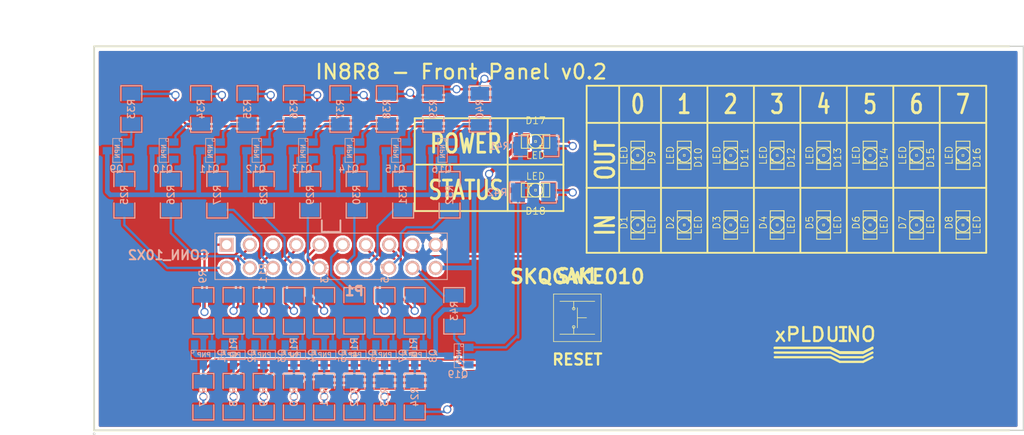
<source format=kicad_pcb>
(kicad_pcb (version 3) (host pcbnew "(2013-jul-07)-stable")
  (layers (15 F.Cu signal) (0 B.Cu signal) (18 B.Paste user) (19 F.Paste user) (20 B.SilkS user hide) (21 F.SilkS user) (22 B.Mask user) (23 F.Mask user) (28 Edge.Cuts user))
  (net 0 "")
  (net 1 +5V)
  (net 2 CMD0)
  (net 3 CMD1)
  (net 4 CMD2)
  (net 5 CMD3)
  (net 6 CMD4)
  (net 7 CMD5)
  (net 8 CMD6)
  (net 9 CMD7)
  (net 10 GND)
  (net 11 LED)
  (net 12 N-000001)
  (net 13 N-0000010)
  (net 14 N-0000011)
  (net 15 N-0000012)
  (net 16 N-0000013)
  (net 17 N-0000014)
  (net 18 N-0000016)
  (net 19 N-0000017)
  (net 20 N-0000018)
  (net 21 N-0000019)
  (net 22 N-000002)
  (net 23 N-0000021)
  (net 24 N-0000022)
  (net 25 N-0000023)
  (net 26 N-0000024)
  (net 27 N-0000026)
  (net 28 N-0000027)
  (net 29 N-0000029)
  (net 30 N-0000031)
  (net 31 N-0000038)
  (net 32 N-0000044)
  (net 33 N-0000045)
  (net 34 N-0000046)
  (net 35 N-0000047)
  (net 36 N-0000048)
  (net 37 N-0000049)
  (net 38 N-0000050)
  (net 39 N-0000051)
  (net 40 N-0000052)
  (net 41 N-0000053)
  (net 42 N-0000054)
  (net 43 N-0000055)
  (net 44 N-0000056)
  (net 45 N-0000057)
  (net 46 N-0000058)
  (net 47 N-0000059)
  (net 48 N-000006)
  (net 49 N-0000060)
  (net 50 N-0000061)
  (net 51 N-0000062)
  (net 52 N-0000063)
  (net 53 N-0000064)
  (net 54 N-0000065)
  (net 55 N-0000066)
  (net 56 N-0000067)
  (net 57 N-0000068)
  (net 58 N-0000069)
  (net 59 N-000007)
  (net 60 N-0000070)
  (net 61 N-0000071)
  (net 62 N-0000072)
  (net 63 N-000008)
  (net 64 OUT0)
  (net 65 OUT1)
  (net 66 OUT2)
  (net 67 OUT3)
  (net 68 OUT4)
  (net 69 OUT5)
  (net 70 OUT6)
  (net 71 OUT7)
  (net 72 RESET)
  (module SM1206 (layer B.Cu) (at 98.298 102.87 270)
    (fp_text reference R9 (at -3.7465 0.0635 270) (layer B.SilkS) (effects (font (size 0.762 0.762) (thickness 0.127)) (justify mirror)))
    (fp_text value R hide)
    (pad 1 smd rect (at -1.651 0 270) (size 1.524 2.032) (layers B.Cu B.Paste B.Mask) (net 2 CMD0))
    (pad 2 smd rect (at 1.651 0 270) (size 1.524 2.032) (layers B.Cu B.Paste B.Mask) (net 40 N-0000052))
  )
  (module SM1206 (layer B.Cu) (at 104.902 102.87 270)
    (fp_text reference R11 (at -4.1275 0.0635 270) (layer B.SilkS) (effects (font (size 0.762 0.762) (thickness 0.127)) (justify mirror)))
    (fp_text value R hide)
    (pad 1 smd rect (at -1.651 0 270) (size 1.524 2.032) (layers B.Cu B.Paste B.Mask) (net 4 CMD2))
    (pad 2 smd rect (at 1.651 0 270) (size 1.524 2.032) (layers B.Cu B.Paste B.Mask) (net 55 N-0000066))
  )
  (module SM1206 (layer B.Cu) (at 111.506 102.87 270)
    (fp_text reference R13 (at -4.1275 -0.0635 270) (layer B.SilkS) (effects (font (size 0.762 0.762) (thickness 0.127)) (justify mirror)))
    (fp_text value R hide)
    (pad 1 smd rect (at -1.651 0 270) (size 1.524 2.032) (layers B.Cu B.Paste B.Mask) (net 6 CMD4))
    (pad 2 smd rect (at 1.651 0 270) (size 1.524 2.032) (layers B.Cu B.Paste B.Mask) (net 47 N-0000059))
  )
  (module SM1206 (layer B.Cu) (at 118.11 102.87 270)
    (fp_text reference R15 (at -4.1275 -0.0635 270) (layer B.SilkS) (effects (font (size 0.762 0.762) (thickness 0.127)) (justify mirror)))
    (fp_text value R hide)
    (pad 1 smd rect (at -1.651 0 270) (size 1.524 2.032) (layers B.Cu B.Paste B.Mask) (net 8 CMD6))
    (pad 2 smd rect (at 1.651 0 270) (size 1.524 2.032) (layers B.Cu B.Paste B.Mask) (net 45 N-0000057))
  )
  (module SM1206 (layer B.Cu) (at 121.412 102.87 270)
    (fp_text reference R16 (at 4.0005 0.127 270) (layer B.SilkS) (effects (font (size 0.762 0.762) (thickness 0.127)) (justify mirror)))
    (fp_text value R hide)
    (pad 1 smd rect (at -1.651 0 270) (size 1.524 2.032) (layers B.Cu B.Paste B.Mask) (net 9 CMD7))
    (pad 2 smd rect (at 1.651 0 270) (size 1.524 2.032) (layers B.Cu B.Paste B.Mask) (net 50 N-0000061))
  )
  (module SM1206 (layer B.Cu) (at 114.808 102.87 270)
    (fp_text reference R14 (at 4.0005 0 270) (layer B.SilkS) (effects (font (size 0.762 0.762) (thickness 0.127)) (justify mirror)))
    (fp_text value R hide)
    (pad 1 smd rect (at -1.651 0 270) (size 1.524 2.032) (layers B.Cu B.Paste B.Mask) (net 7 CMD5))
    (pad 2 smd rect (at 1.651 0 270) (size 1.524 2.032) (layers B.Cu B.Paste B.Mask) (net 44 N-0000056))
  )
  (module SM1206 (layer B.Cu) (at 108.204 102.87 270)
    (fp_text reference R12 (at 4.0005 0 270) (layer B.SilkS) (effects (font (size 0.762 0.762) (thickness 0.127)) (justify mirror)))
    (fp_text value R hide)
    (pad 1 smd rect (at -1.651 0 270) (size 1.524 2.032) (layers B.Cu B.Paste B.Mask) (net 5 CMD3))
    (pad 2 smd rect (at 1.651 0 270) (size 1.524 2.032) (layers B.Cu B.Paste B.Mask) (net 58 N-0000069))
  )
  (module SM1206 (layer B.Cu) (at 101.6 102.87 270)
    (fp_text reference R10 (at 4.0005 0 270) (layer B.SilkS) (effects (font (size 0.762 0.762) (thickness 0.127)) (justify mirror)))
    (fp_text value R hide)
    (pad 1 smd rect (at -1.651 0 270) (size 1.524 2.032) (layers B.Cu B.Paste B.Mask) (net 3 CMD1))
    (pad 2 smd rect (at 1.651 0 270) (size 1.524 2.032) (layers B.Cu B.Paste B.Mask) (net 57 N-0000068))
  )
  (module SM1206 (layer B.Cu) (at 98.298 112.268 90)
    (fp_text reference R17 (at 0 0 90) (layer B.SilkS) (effects (font (size 0.762 0.762) (thickness 0.127)) (justify mirror)))
    (fp_text value R hide)
    (pad 1 smd rect (at -1.651 0 90) (size 1.524 2.032) (layers B.Cu B.Paste B.Mask) (net 37 N-0000049))
    (pad 2 smd rect (at 1.651 0 90) (size 1.524 2.032) (layers B.Cu B.Paste B.Mask) (net 36 N-0000048))
  )
  (module SM1206 (layer B.Cu) (at 101.6 112.268 90)
    (fp_text reference R18 (at 0 0 90) (layer B.SilkS) (effects (font (size 0.762 0.762) (thickness 0.127)) (justify mirror)))
    (fp_text value R hide)
    (pad 1 smd rect (at -1.651 0 90) (size 1.524 2.032) (layers B.Cu B.Paste B.Mask) (net 39 N-0000051))
    (pad 2 smd rect (at 1.651 0 90) (size 1.524 2.032) (layers B.Cu B.Paste B.Mask) (net 38 N-0000050))
  )
  (module pin_array_10x2 (layer B.Cu) (at 114.808 96.901)
    (fp_text reference P1 (at 0 3.81) (layer B.SilkS) (effects (font (size 1.016 1.016) (thickness 0.27432)) (justify mirror)))
    (fp_text value CONN_10X2 (at -20.32 -0.127) (layer B.SilkS) (effects (font (size 1.016 1.016) (thickness 0.2032)) (justify mirror)))
    (pad 1 thru_hole rect (at -13.97 -1.27) (size 1.524 1.524) (drill 1.016) (layers *.Cu *.Mask B.SilkS) (net 2 CMD0))
    (pad 2 thru_hole circle (at -13.97 1.27) (size 1.524 1.524) (drill 1.016) (layers *.Cu *.Mask B.SilkS) (net 64 OUT0))
    (pad 3 thru_hole circle (at -11.43 -1.27) (size 1.524 1.524) (drill 1.016) (layers *.Cu *.Mask B.SilkS) (net 3 CMD1))
    (pad 4 thru_hole circle (at -11.43 1.27) (size 1.524 1.524) (drill 1.016) (layers *.Cu *.Mask B.SilkS) (net 65 OUT1))
    (pad 5 thru_hole circle (at -8.89 -1.27) (size 1.524 1.524) (drill 1.016) (layers *.Cu *.Mask B.SilkS) (net 4 CMD2))
    (pad 6 thru_hole circle (at -8.89 1.27) (size 1.524 1.524) (drill 1.016) (layers *.Cu *.Mask B.SilkS) (net 66 OUT2))
    (pad 7 thru_hole circle (at -6.35 -1.27) (size 1.524 1.524) (drill 1.016) (layers *.Cu *.Mask B.SilkS) (net 5 CMD3))
    (pad 8 thru_hole circle (at -6.35 1.27) (size 1.524 1.524) (drill 1.016) (layers *.Cu *.Mask B.SilkS) (net 67 OUT3))
    (pad 9 thru_hole circle (at -3.81 -1.27) (size 1.524 1.524) (drill 1.016) (layers *.Cu *.Mask B.SilkS) (net 6 CMD4))
    (pad 10 thru_hole circle (at -3.81 1.27) (size 1.524 1.524) (drill 1.016) (layers *.Cu *.Mask B.SilkS) (net 68 OUT4))
    (pad 11 thru_hole circle (at -1.27 -1.27) (size 1.524 1.524) (drill 1.016) (layers *.Cu *.Mask B.SilkS) (net 7 CMD5))
    (pad 12 thru_hole circle (at -1.27 1.27) (size 1.524 1.524) (drill 1.016) (layers *.Cu *.Mask B.SilkS) (net 69 OUT5))
    (pad 13 thru_hole circle (at 1.27 -1.27) (size 1.524 1.524) (drill 1.016) (layers *.Cu *.Mask B.SilkS) (net 8 CMD6))
    (pad 14 thru_hole circle (at 1.27 1.27) (size 1.524 1.524) (drill 1.016) (layers *.Cu *.Mask B.SilkS) (net 70 OUT6))
    (pad 15 thru_hole circle (at 3.81 -1.27) (size 1.524 1.524) (drill 1.016) (layers *.Cu *.Mask B.SilkS) (net 9 CMD7))
    (pad 16 thru_hole circle (at 3.81 1.27) (size 1.524 1.524) (drill 1.016) (layers *.Cu *.Mask B.SilkS) (net 71 OUT7))
    (pad 17 thru_hole circle (at 6.35 -1.27) (size 1.524 1.524) (drill 1.016) (layers *.Cu *.Mask B.SilkS) (net 72 RESET))
    (pad 18 thru_hole circle (at 6.35 1.27) (size 1.524 1.524) (drill 1.016) (layers *.Cu *.Mask B.SilkS) (net 11 LED))
    (pad 19 thru_hole circle (at 8.89 -1.27) (size 1.524 1.524) (drill 1.016) (layers *.Cu *.Mask B.SilkS) (net 10 GND))
    (pad 20 thru_hole circle (at 8.89 1.27) (size 1.524 1.524) (drill 1.016) (layers *.Cu *.Mask B.SilkS) (net 1 +5V))
  )
  (module SM1206 (layer B.Cu) (at 104.902 112.268 90)
    (fp_text reference R19 (at 0 0 90) (layer B.SilkS) (effects (font (size 0.762 0.762) (thickness 0.127)) (justify mirror)))
    (fp_text value R hide)
    (pad 1 smd rect (at -1.651 0 90) (size 1.524 2.032) (layers B.Cu B.Paste B.Mask) (net 53 N-0000064))
    (pad 2 smd rect (at 1.651 0 90) (size 1.524 2.032) (layers B.Cu B.Paste B.Mask) (net 56 N-0000067))
  )
  (module SM1206 (layer B.Cu) (at 108.204 112.268 90)
    (fp_text reference R20 (at 0 0 90) (layer B.SilkS) (effects (font (size 0.762 0.762) (thickness 0.127)) (justify mirror)))
    (fp_text value R hide)
    (pad 1 smd rect (at -1.651 0 90) (size 1.524 2.032) (layers B.Cu B.Paste B.Mask) (net 54 N-0000065))
    (pad 2 smd rect (at 1.651 0 90) (size 1.524 2.032) (layers B.Cu B.Paste B.Mask) (net 62 N-0000072))
  )
  (module SM1206 (layer B.Cu) (at 111.506 112.268 90)
    (fp_text reference R21 (at 0 0 90) (layer B.SilkS) (effects (font (size 0.762 0.762) (thickness 0.127)) (justify mirror)))
    (fp_text value R hide)
    (pad 1 smd rect (at -1.651 0 90) (size 1.524 2.032) (layers B.Cu B.Paste B.Mask) (net 61 N-0000071))
    (pad 2 smd rect (at 1.651 0 90) (size 1.524 2.032) (layers B.Cu B.Paste B.Mask) (net 60 N-0000070))
  )
  (module SM1206 (layer B.Cu) (at 114.808 112.268 90)
    (fp_text reference R22 (at 0 0 90) (layer B.SilkS) (effects (font (size 0.762 0.762) (thickness 0.127)) (justify mirror)))
    (fp_text value R hide)
    (pad 1 smd rect (at -1.651 0 90) (size 1.524 2.032) (layers B.Cu B.Paste B.Mask) (net 46 N-0000058))
    (pad 2 smd rect (at 1.651 0 90) (size 1.524 2.032) (layers B.Cu B.Paste B.Mask) (net 41 N-0000053))
  )
  (module SM1206 (layer B.Cu) (at 118.11 112.268 90)
    (fp_text reference R23 (at 0 0 90) (layer B.SilkS) (effects (font (size 0.762 0.762) (thickness 0.127)) (justify mirror)))
    (fp_text value R hide)
    (pad 1 smd rect (at -1.651 0 90) (size 1.524 2.032) (layers B.Cu B.Paste B.Mask) (net 43 N-0000055))
    (pad 2 smd rect (at 1.651 0 90) (size 1.524 2.032) (layers B.Cu B.Paste B.Mask) (net 42 N-0000054))
  )
  (module SM1206 (layer B.Cu) (at 121.412 112.268 90)
    (fp_text reference R24 (at 0 0 90) (layer B.SilkS) (effects (font (size 0.762 0.762) (thickness 0.127)) (justify mirror)))
    (fp_text value R hide)
    (pad 1 smd rect (at -1.651 0 90) (size 1.524 2.032) (layers B.Cu B.Paste B.Mask) (net 52 N-0000063))
    (pad 2 smd rect (at 1.651 0 90) (size 1.524 2.032) (layers B.Cu B.Paste B.Mask) (net 51 N-0000062))
  )
  (module SM1206 (layer B.Cu) (at 89.662 90.17 90)
    (fp_text reference R25 (at 0 0 90) (layer B.SilkS) (effects (font (size 0.762 0.762) (thickness 0.127)) (justify mirror)))
    (fp_text value R hide)
    (pad 1 smd rect (at -1.651 0 90) (size 1.524 2.032) (layers B.Cu B.Paste B.Mask) (net 64 OUT0))
    (pad 2 smd rect (at 1.651 0 90) (size 1.524 2.032) (layers B.Cu B.Paste B.Mask) (net 25 N-0000023))
  )
  (module SM1206 (layer B.Cu) (at 94.742 90.17 90)
    (fp_text reference R26 (at 0 0 90) (layer B.SilkS) (effects (font (size 0.762 0.762) (thickness 0.127)) (justify mirror)))
    (fp_text value R hide)
    (pad 1 smd rect (at -1.651 0 90) (size 1.524 2.032) (layers B.Cu B.Paste B.Mask) (net 65 OUT1))
    (pad 2 smd rect (at 1.651 0 90) (size 1.524 2.032) (layers B.Cu B.Paste B.Mask) (net 20 N-0000018))
  )
  (module SM1206 (layer B.Cu) (at 99.822 90.17 90)
    (fp_text reference R27 (at 0 0 90) (layer B.SilkS) (effects (font (size 0.762 0.762) (thickness 0.127)) (justify mirror)))
    (fp_text value R hide)
    (pad 1 smd rect (at -1.651 0 90) (size 1.524 2.032) (layers B.Cu B.Paste B.Mask) (net 66 OUT2))
    (pad 2 smd rect (at 1.651 0 90) (size 1.524 2.032) (layers B.Cu B.Paste B.Mask) (net 30 N-0000031))
  )
  (module SM1206 (layer B.Cu) (at 104.902 90.17 90)
    (fp_text reference R28 (at 0 0 90) (layer B.SilkS) (effects (font (size 0.762 0.762) (thickness 0.127)) (justify mirror)))
    (fp_text value R hide)
    (pad 1 smd rect (at -1.651 0 90) (size 1.524 2.032) (layers B.Cu B.Paste B.Mask) (net 67 OUT3))
    (pad 2 smd rect (at 1.651 0 90) (size 1.524 2.032) (layers B.Cu B.Paste B.Mask) (net 27 N-0000026))
  )
  (module SM1206 (layer B.Cu) (at 109.982 90.17 90)
    (fp_text reference R29 (at 0 0 90) (layer B.SilkS) (effects (font (size 0.762 0.762) (thickness 0.127)) (justify mirror)))
    (fp_text value R hide)
    (pad 1 smd rect (at -1.651 0 90) (size 1.524 2.032) (layers B.Cu B.Paste B.Mask) (net 68 OUT4))
    (pad 2 smd rect (at 1.651 0 90) (size 1.524 2.032) (layers B.Cu B.Paste B.Mask) (net 59 N-000007))
  )
  (module SM1206 (layer B.Cu) (at 115.062 90.17 90)
    (fp_text reference R30 (at 0 0 90) (layer B.SilkS) (effects (font (size 0.762 0.762) (thickness 0.127)) (justify mirror)))
    (fp_text value R hide)
    (pad 1 smd rect (at -1.651 0 90) (size 1.524 2.032) (layers B.Cu B.Paste B.Mask) (net 69 OUT5))
    (pad 2 smd rect (at 1.651 0 90) (size 1.524 2.032) (layers B.Cu B.Paste B.Mask) (net 22 N-000002))
  )
  (module SM1206 (layer B.Cu) (at 120.142 90.17 90)
    (fp_text reference R31 (at 0 0 90) (layer B.SilkS) (effects (font (size 0.762 0.762) (thickness 0.127)) (justify mirror)))
    (fp_text value R hide)
    (pad 1 smd rect (at -1.651 0 90) (size 1.524 2.032) (layers B.Cu B.Paste B.Mask) (net 70 OUT6))
    (pad 2 smd rect (at 1.651 0 90) (size 1.524 2.032) (layers B.Cu B.Paste B.Mask) (net 14 N-0000011))
  )
  (module SM1206 (layer B.Cu) (at 125.222 90.17 90)
    (fp_text reference R32 (at 0 0 90) (layer B.SilkS) (effects (font (size 0.762 0.762) (thickness 0.127)) (justify mirror)))
    (fp_text value R hide)
    (pad 1 smd rect (at -1.651 0 90) (size 1.524 2.032) (layers B.Cu B.Paste B.Mask) (net 71 OUT7))
    (pad 2 smd rect (at 1.651 0 90) (size 1.524 2.032) (layers B.Cu B.Paste B.Mask) (net 33 N-0000045))
  )
  (module SM1206 (layer B.Cu) (at 90.424 80.772 270)
    (fp_text reference R33 (at 0 0 270) (layer B.SilkS) (effects (font (size 0.762 0.762) (thickness 0.127)) (justify mirror)))
    (fp_text value R hide)
    (pad 1 smd rect (at -1.651 0 270) (size 1.524 2.032) (layers B.Cu B.Paste B.Mask) (net 49 N-0000060))
    (pad 2 smd rect (at 1.651 0 270) (size 1.524 2.032) (layers B.Cu B.Paste B.Mask) (net 26 N-0000024))
  )
  (module SM1206 (layer B.Cu) (at 98.044 80.772 270)
    (fp_text reference R34 (at 0 0 270) (layer B.SilkS) (effects (font (size 0.762 0.762) (thickness 0.127)) (justify mirror)))
    (fp_text value R hide)
    (pad 1 smd rect (at -1.651 0 270) (size 1.524 2.032) (layers B.Cu B.Paste B.Mask) (net 24 N-0000022))
    (pad 2 smd rect (at 1.651 0 270) (size 1.524 2.032) (layers B.Cu B.Paste B.Mask) (net 21 N-0000019))
  )
  (module SM1206 (layer B.Cu) (at 103.124 80.772 270)
    (fp_text reference R35 (at 0 0 270) (layer B.SilkS) (effects (font (size 0.762 0.762) (thickness 0.127)) (justify mirror)))
    (fp_text value R hide)
    (pad 1 smd rect (at -1.651 0 270) (size 1.524 2.032) (layers B.Cu B.Paste B.Mask) (net 19 N-0000017))
    (pad 2 smd rect (at 1.651 0 270) (size 1.524 2.032) (layers B.Cu B.Paste B.Mask) (net 23 N-0000021))
  )
  (module SM1206 (layer B.Cu) (at 108.204 80.772 270)
    (fp_text reference R36 (at 0 0 270) (layer B.SilkS) (effects (font (size 0.762 0.762) (thickness 0.127)) (justify mirror)))
    (fp_text value R hide)
    (pad 1 smd rect (at -1.651 0 270) (size 1.524 2.032) (layers B.Cu B.Paste B.Mask) (net 29 N-0000029))
    (pad 2 smd rect (at 1.651 0 270) (size 1.524 2.032) (layers B.Cu B.Paste B.Mask) (net 28 N-0000027))
  )
  (module SM1206 (layer B.Cu) (at 113.284 80.772 270)
    (fp_text reference R37 (at 0 0 270) (layer B.SilkS) (effects (font (size 0.762 0.762) (thickness 0.127)) (justify mirror)))
    (fp_text value R hide)
    (pad 1 smd rect (at -1.651 0 270) (size 1.524 2.032) (layers B.Cu B.Paste B.Mask) (net 13 N-0000010))
    (pad 2 smd rect (at 1.651 0 270) (size 1.524 2.032) (layers B.Cu B.Paste B.Mask) (net 63 N-000008))
  )
  (module SM1206 (layer B.Cu) (at 118.364 80.772 270)
    (fp_text reference R38 (at 0 0 270) (layer B.SilkS) (effects (font (size 0.762 0.762) (thickness 0.127)) (justify mirror)))
    (fp_text value R hide)
    (pad 1 smd rect (at -1.651 0 270) (size 1.524 2.032) (layers B.Cu B.Paste B.Mask) (net 48 N-000006))
    (pad 2 smd rect (at 1.651 0 270) (size 1.524 2.032) (layers B.Cu B.Paste B.Mask) (net 12 N-000001))
  )
  (module SM1206 (layer B.Cu) (at 123.444 80.772 270)
    (fp_text reference R39 (at 0 0 270) (layer B.SilkS) (effects (font (size 0.762 0.762) (thickness 0.127)) (justify mirror)))
    (fp_text value R hide)
    (pad 1 smd rect (at -1.651 0 270) (size 1.524 2.032) (layers B.Cu B.Paste B.Mask) (net 18 N-0000016))
    (pad 2 smd rect (at 1.651 0 270) (size 1.524 2.032) (layers B.Cu B.Paste B.Mask) (net 17 N-0000014))
  )
  (module SM1206 (layer B.Cu) (at 128.524 80.772 270)
    (fp_text reference R40 (at 0 0 270) (layer B.SilkS) (effects (font (size 0.762 0.762) (thickness 0.127)) (justify mirror)))
    (fp_text value R hide)
    (pad 1 smd rect (at -1.651 0 270) (size 1.524 2.032) (layers B.Cu B.Paste B.Mask) (net 16 N-0000013))
    (pad 2 smd rect (at 1.651 0 270) (size 1.524 2.032) (layers B.Cu B.Paste B.Mask) (net 15 N-0000012))
  )
  (module SM1206 (layer B.Cu) (at 134.62 84.836)
    (fp_text reference R41 (at -3.937 0) (layer B.SilkS) (effects (font (size 0.762 0.762) (thickness 0.127)) (justify mirror)))
    (fp_text value R hide)
    (pad 1 smd rect (at -1.651 0) (size 1.524 2.032) (layers B.Cu B.Paste B.Mask) (net 10 GND))
    (pad 2 smd rect (at 1.651 0) (size 1.524 2.032) (layers B.Cu B.Paste B.Mask) (net 35 N-0000047))
  )
  (module SM1206 (layer B.Cu) (at 134.366 89.916 180)
    (fp_text reference R42 (at 3.937 0 180) (layer B.SilkS) (effects (font (size 0.762 0.762) (thickness 0.127)) (justify mirror)))
    (fp_text value R hide)
    (pad 1 smd rect (at -1.651 0 180) (size 1.524 2.032) (layers B.Cu B.Paste B.Mask) (net 34 N-0000046))
    (pad 2 smd rect (at 1.651 0 180) (size 1.524 2.032) (layers B.Cu B.Paste B.Mask) (net 31 N-0000038))
  )
  (module SM1206 (layer B.Cu) (at 125.73 102.87 270)
    (fp_text reference R43 (at 0 0 270) (layer B.SilkS) (effects (font (size 0.762 0.762) (thickness 0.127)) (justify mirror)))
    (fp_text value R hide)
    (pad 1 smd rect (at -1.651 0 270) (size 1.524 2.032) (layers B.Cu B.Paste B.Mask) (net 11 LED))
    (pad 2 smd rect (at 1.651 0 270) (size 1.524 2.032) (layers B.Cu B.Paste B.Mask) (net 32 N-0000044))
  )
  (module SKQGAKE010 (layer F.Cu) (at 139.192 103.632 180)
    (fp_text reference SW1 (at 0 4.572 180) (layer F.SilkS) (effects (font (size 1.524 1.524) (thickness 0.3048))))
    (fp_text value SKQGAKE010 (at 0 4.50088 180) (layer F.SilkS) (effects (font (size 1.524 1.524) (thickness 0.3048))))
    (pad 1 smd rect (at -3.0988 -1.84912 180) (size 1.80086 1.09982) (layers F.Cu F.Paste F.Mask) (net 10 GND))
    (pad 2 smd rect (at 3.0988 -1.84912 180) (size 1.80086 1.09982) (layers F.Cu F.Paste F.Mask) (net 10 GND))
    (pad 3 smd rect (at 3.0988 1.84912 180) (size 1.80086 1.09982) (layers F.Cu F.Paste F.Mask) (net 72 RESET))
    (pad 4 smd rect (at -3.0988 1.84912 180) (size 1.80086 1.09982) (layers F.Cu F.Paste F.Mask) (net 72 RESET))
  )
  (module SOT23 (layer B.Cu) (at 98.298 107.696)
    (fp_text reference Q1 (at 1.99898 0.09906 270) (layer B.SilkS) (effects (font (size 0.762 0.762) (thickness 0.11938)) (justify mirror)))
    (fp_text value PNP (at 0.0635 0) (layer B.SilkS) (effects (font (size 0.50038 0.50038) (thickness 0.09906)) (justify mirror)))
    (pad 3 smd rect (at 0 1.09982) (size 0.8001 1.00076) (layers B.Cu B.Paste B.Mask) (net 36 N-0000048))
    (pad 2 smd rect (at 0.9525 -1.09982) (size 0.8001 1.00076) (layers B.Cu B.Paste B.Mask) (net 40 N-0000052))
    (pad 1 smd rect (at -0.9525 -1.09982) (size 0.8001 1.00076) (layers B.Cu B.Paste B.Mask) (net 1 +5V))
  )
  (module SOT23 (layer B.Cu) (at 101.6 107.696)
    (fp_text reference Q2 (at 1.99898 0.09906 270) (layer B.SilkS) (effects (font (size 0.762 0.762) (thickness 0.11938)) (justify mirror)))
    (fp_text value PNP (at 0.0635 0) (layer B.SilkS) (effects (font (size 0.50038 0.50038) (thickness 0.09906)) (justify mirror)))
    (pad 3 smd rect (at 0 1.09982) (size 0.8001 1.00076) (layers B.Cu B.Paste B.Mask) (net 38 N-0000050))
    (pad 2 smd rect (at 0.9525 -1.09982) (size 0.8001 1.00076) (layers B.Cu B.Paste B.Mask) (net 57 N-0000068))
    (pad 1 smd rect (at -0.9525 -1.09982) (size 0.8001 1.00076) (layers B.Cu B.Paste B.Mask) (net 1 +5V))
  )
  (module SOT23 (layer B.Cu) (at 104.902 107.696)
    (fp_text reference Q3 (at 1.99898 0.09906 270) (layer B.SilkS) (effects (font (size 0.762 0.762) (thickness 0.11938)) (justify mirror)))
    (fp_text value PNP (at 0.0635 0) (layer B.SilkS) (effects (font (size 0.50038 0.50038) (thickness 0.09906)) (justify mirror)))
    (pad 3 smd rect (at 0 1.09982) (size 0.8001 1.00076) (layers B.Cu B.Paste B.Mask) (net 56 N-0000067))
    (pad 2 smd rect (at 0.9525 -1.09982) (size 0.8001 1.00076) (layers B.Cu B.Paste B.Mask) (net 55 N-0000066))
    (pad 1 smd rect (at -0.9525 -1.09982) (size 0.8001 1.00076) (layers B.Cu B.Paste B.Mask) (net 1 +5V))
  )
  (module SOT23 (layer B.Cu) (at 108.204 107.696)
    (fp_text reference Q4 (at 1.99898 0.09906 270) (layer B.SilkS) (effects (font (size 0.762 0.762) (thickness 0.11938)) (justify mirror)))
    (fp_text value PNP (at 0.0635 0) (layer B.SilkS) (effects (font (size 0.50038 0.50038) (thickness 0.09906)) (justify mirror)))
    (pad 3 smd rect (at 0 1.09982) (size 0.8001 1.00076) (layers B.Cu B.Paste B.Mask) (net 62 N-0000072))
    (pad 2 smd rect (at 0.9525 -1.09982) (size 0.8001 1.00076) (layers B.Cu B.Paste B.Mask) (net 58 N-0000069))
    (pad 1 smd rect (at -0.9525 -1.09982) (size 0.8001 1.00076) (layers B.Cu B.Paste B.Mask) (net 1 +5V))
  )
  (module SOT23 (layer B.Cu) (at 111.506 107.696)
    (fp_text reference Q5 (at 1.99898 0.09906 270) (layer B.SilkS) (effects (font (size 0.762 0.762) (thickness 0.11938)) (justify mirror)))
    (fp_text value PNP (at 0.0635 0) (layer B.SilkS) (effects (font (size 0.50038 0.50038) (thickness 0.09906)) (justify mirror)))
    (pad 3 smd rect (at 0 1.09982) (size 0.8001 1.00076) (layers B.Cu B.Paste B.Mask) (net 60 N-0000070))
    (pad 2 smd rect (at 0.9525 -1.09982) (size 0.8001 1.00076) (layers B.Cu B.Paste B.Mask) (net 47 N-0000059))
    (pad 1 smd rect (at -0.9525 -1.09982) (size 0.8001 1.00076) (layers B.Cu B.Paste B.Mask) (net 1 +5V))
  )
  (module SOT23 (layer B.Cu) (at 114.808 107.696)
    (fp_text reference Q6 (at 1.99898 0.09906 270) (layer B.SilkS) (effects (font (size 0.762 0.762) (thickness 0.11938)) (justify mirror)))
    (fp_text value PNP (at 0.0635 0) (layer B.SilkS) (effects (font (size 0.50038 0.50038) (thickness 0.09906)) (justify mirror)))
    (pad 3 smd rect (at 0 1.09982) (size 0.8001 1.00076) (layers B.Cu B.Paste B.Mask) (net 41 N-0000053))
    (pad 2 smd rect (at 0.9525 -1.09982) (size 0.8001 1.00076) (layers B.Cu B.Paste B.Mask) (net 44 N-0000056))
    (pad 1 smd rect (at -0.9525 -1.09982) (size 0.8001 1.00076) (layers B.Cu B.Paste B.Mask) (net 1 +5V))
  )
  (module SOT23 (layer B.Cu) (at 118.11 107.696)
    (fp_text reference Q7 (at 1.99898 0.09906 270) (layer B.SilkS) (effects (font (size 0.762 0.762) (thickness 0.11938)) (justify mirror)))
    (fp_text value PNP (at 0.0635 0) (layer B.SilkS) (effects (font (size 0.50038 0.50038) (thickness 0.09906)) (justify mirror)))
    (pad 3 smd rect (at 0 1.09982) (size 0.8001 1.00076) (layers B.Cu B.Paste B.Mask) (net 42 N-0000054))
    (pad 2 smd rect (at 0.9525 -1.09982) (size 0.8001 1.00076) (layers B.Cu B.Paste B.Mask) (net 45 N-0000057))
    (pad 1 smd rect (at -0.9525 -1.09982) (size 0.8001 1.00076) (layers B.Cu B.Paste B.Mask) (net 1 +5V))
  )
  (module SOT23 (layer B.Cu) (at 121.412 107.696)
    (fp_text reference Q8 (at 1.99898 0.09906 270) (layer B.SilkS) (effects (font (size 0.762 0.762) (thickness 0.11938)) (justify mirror)))
    (fp_text value PNP (at 0.0635 0) (layer B.SilkS) (effects (font (size 0.50038 0.50038) (thickness 0.09906)) (justify mirror)))
    (pad 3 smd rect (at 0 1.09982) (size 0.8001 1.00076) (layers B.Cu B.Paste B.Mask) (net 51 N-0000062))
    (pad 2 smd rect (at 0.9525 -1.09982) (size 0.8001 1.00076) (layers B.Cu B.Paste B.Mask) (net 50 N-0000061))
    (pad 1 smd rect (at -0.9525 -1.09982) (size 0.8001 1.00076) (layers B.Cu B.Paste B.Mask) (net 1 +5V))
  )
  (module SOT23 (layer B.Cu) (at 88.9 85.344 270)
    (fp_text reference Q9 (at 1.99898 0.09906 540) (layer B.SilkS) (effects (font (size 0.762 0.762) (thickness 0.11938)) (justify mirror)))
    (fp_text value NPN (at 0.0635 0 270) (layer B.SilkS) (effects (font (size 0.50038 0.50038) (thickness 0.09906)) (justify mirror)))
    (pad 3 smd rect (at 0 1.09982 270) (size 0.8001 1.00076) (layers B.Cu B.Paste B.Mask) (net 1 +5V))
    (pad 2 smd rect (at 0.9525 -1.09982 270) (size 0.8001 1.00076) (layers B.Cu B.Paste B.Mask) (net 25 N-0000023))
    (pad 1 smd rect (at -0.9525 -1.09982 270) (size 0.8001 1.00076) (layers B.Cu B.Paste B.Mask) (net 26 N-0000024))
  )
  (module SOT23 (layer B.Cu) (at 93.98 85.344 270)
    (fp_text reference Q10 (at 1.99898 0.09906 540) (layer B.SilkS) (effects (font (size 0.762 0.762) (thickness 0.11938)) (justify mirror)))
    (fp_text value NPN (at 0.0635 0 270) (layer B.SilkS) (effects (font (size 0.50038 0.50038) (thickness 0.09906)) (justify mirror)))
    (pad 3 smd rect (at 0 1.09982 270) (size 0.8001 1.00076) (layers B.Cu B.Paste B.Mask) (net 1 +5V))
    (pad 2 smd rect (at 0.9525 -1.09982 270) (size 0.8001 1.00076) (layers B.Cu B.Paste B.Mask) (net 20 N-0000018))
    (pad 1 smd rect (at -0.9525 -1.09982 270) (size 0.8001 1.00076) (layers B.Cu B.Paste B.Mask) (net 21 N-0000019))
  )
  (module SOT23 (layer B.Cu) (at 99.06 85.344 270)
    (fp_text reference Q11 (at 1.99898 0.09906 540) (layer B.SilkS) (effects (font (size 0.762 0.762) (thickness 0.11938)) (justify mirror)))
    (fp_text value NPN (at 0.0635 0 270) (layer B.SilkS) (effects (font (size 0.50038 0.50038) (thickness 0.09906)) (justify mirror)))
    (pad 3 smd rect (at 0 1.09982 270) (size 0.8001 1.00076) (layers B.Cu B.Paste B.Mask) (net 1 +5V))
    (pad 2 smd rect (at 0.9525 -1.09982 270) (size 0.8001 1.00076) (layers B.Cu B.Paste B.Mask) (net 30 N-0000031))
    (pad 1 smd rect (at -0.9525 -1.09982 270) (size 0.8001 1.00076) (layers B.Cu B.Paste B.Mask) (net 23 N-0000021))
  )
  (module SOT23 (layer B.Cu) (at 104.14 85.344 270)
    (fp_text reference Q12 (at 1.99898 0.09906 540) (layer B.SilkS) (effects (font (size 0.762 0.762) (thickness 0.11938)) (justify mirror)))
    (fp_text value NPN (at 0.0635 0 270) (layer B.SilkS) (effects (font (size 0.50038 0.50038) (thickness 0.09906)) (justify mirror)))
    (pad 3 smd rect (at 0 1.09982 270) (size 0.8001 1.00076) (layers B.Cu B.Paste B.Mask) (net 1 +5V))
    (pad 2 smd rect (at 0.9525 -1.09982 270) (size 0.8001 1.00076) (layers B.Cu B.Paste B.Mask) (net 27 N-0000026))
    (pad 1 smd rect (at -0.9525 -1.09982 270) (size 0.8001 1.00076) (layers B.Cu B.Paste B.Mask) (net 28 N-0000027))
  )
  (module SOT23 (layer B.Cu) (at 109.22 85.344 270)
    (fp_text reference Q13 (at 1.99898 0.09906 540) (layer B.SilkS) (effects (font (size 0.762 0.762) (thickness 0.11938)) (justify mirror)))
    (fp_text value NPN (at 0.0635 0 270) (layer B.SilkS) (effects (font (size 0.50038 0.50038) (thickness 0.09906)) (justify mirror)))
    (pad 3 smd rect (at 0 1.09982 270) (size 0.8001 1.00076) (layers B.Cu B.Paste B.Mask) (net 1 +5V))
    (pad 2 smd rect (at 0.9525 -1.09982 270) (size 0.8001 1.00076) (layers B.Cu B.Paste B.Mask) (net 59 N-000007))
    (pad 1 smd rect (at -0.9525 -1.09982 270) (size 0.8001 1.00076) (layers B.Cu B.Paste B.Mask) (net 63 N-000008))
  )
  (module SOT23 (layer B.Cu) (at 114.3 85.344 270)
    (fp_text reference Q14 (at 1.99898 0.09906 540) (layer B.SilkS) (effects (font (size 0.762 0.762) (thickness 0.11938)) (justify mirror)))
    (fp_text value NPN (at 0.0635 0 270) (layer B.SilkS) (effects (font (size 0.50038 0.50038) (thickness 0.09906)) (justify mirror)))
    (pad 3 smd rect (at 0 1.09982 270) (size 0.8001 1.00076) (layers B.Cu B.Paste B.Mask) (net 1 +5V))
    (pad 2 smd rect (at 0.9525 -1.09982 270) (size 0.8001 1.00076) (layers B.Cu B.Paste B.Mask) (net 22 N-000002))
    (pad 1 smd rect (at -0.9525 -1.09982 270) (size 0.8001 1.00076) (layers B.Cu B.Paste B.Mask) (net 12 N-000001))
  )
  (module SOT23 (layer B.Cu) (at 119.38 85.344 270)
    (fp_text reference Q15 (at 1.99898 0.09906 540) (layer B.SilkS) (effects (font (size 0.762 0.762) (thickness 0.11938)) (justify mirror)))
    (fp_text value NPN (at 0.0635 0 270) (layer B.SilkS) (effects (font (size 0.50038 0.50038) (thickness 0.09906)) (justify mirror)))
    (pad 3 smd rect (at 0 1.09982 270) (size 0.8001 1.00076) (layers B.Cu B.Paste B.Mask) (net 1 +5V))
    (pad 2 smd rect (at 0.9525 -1.09982 270) (size 0.8001 1.00076) (layers B.Cu B.Paste B.Mask) (net 14 N-0000011))
    (pad 1 smd rect (at -0.9525 -1.09982 270) (size 0.8001 1.00076) (layers B.Cu B.Paste B.Mask) (net 17 N-0000014))
  )
  (module SOT23 (layer B.Cu) (at 124.46 85.344 270)
    (fp_text reference Q16 (at 1.99898 0.09906 540) (layer B.SilkS) (effects (font (size 0.762 0.762) (thickness 0.11938)) (justify mirror)))
    (fp_text value NPN (at 0.0635 0 270) (layer B.SilkS) (effects (font (size 0.50038 0.50038) (thickness 0.09906)) (justify mirror)))
    (pad 3 smd rect (at 0 1.09982 270) (size 0.8001 1.00076) (layers B.Cu B.Paste B.Mask) (net 1 +5V))
    (pad 2 smd rect (at 0.9525 -1.09982 270) (size 0.8001 1.00076) (layers B.Cu B.Paste B.Mask) (net 33 N-0000045))
    (pad 1 smd rect (at -0.9525 -1.09982 270) (size 0.8001 1.00076) (layers B.Cu B.Paste B.Mask) (net 15 N-0000012))
  )
  (module SOT23 (layer B.Cu) (at 126.238 107.823 270)
    (fp_text reference Q19 (at 1.99898 0.09906 540) (layer B.SilkS) (effects (font (size 0.762 0.762) (thickness 0.11938)) (justify mirror)))
    (fp_text value NPN (at 0.0635 0 270) (layer B.SilkS) (effects (font (size 0.50038 0.50038) (thickness 0.09906)) (justify mirror)))
    (pad 3 smd rect (at 0 1.09982 270) (size 0.8001 1.00076) (layers B.Cu B.Paste B.Mask) (net 1 +5V))
    (pad 2 smd rect (at 0.9525 -1.09982 270) (size 0.8001 1.00076) (layers B.Cu B.Paste B.Mask) (net 32 N-0000044))
    (pad 1 smd rect (at -0.9525 -1.09982 270) (size 0.8001 1.00076) (layers B.Cu B.Paste B.Mask) (net 31 N-0000038))
  )
  (module LED-1206 (layer F.Cu) (at 176.276 93.472 90)
    (fp_text reference D7 (at 0.254 -1.524 90) (layer F.SilkS) (effects (font (size 0.762 0.762) (thickness 0.0889))))
    (fp_text value LED (at 0 1.524 90) (layer F.SilkS) (effects (font (size 0.762 0.762) (thickness 0.0889))))
    (pad 1 smd rect (at -1.41986 0 90) (size 1.59766 1.80086) (layers F.Cu F.Paste F.Mask) (net 43 N-0000055))
    (pad 2 smd rect (at 1.41986 0 90) (size 1.59766 1.80086) (layers F.Cu F.Paste F.Mask) (net 10 GND))
  )
  (module LED-1206 (layer F.Cu) (at 145.796 93.472 90)
    (fp_text reference D1 (at 0.254 -1.524 90) (layer F.SilkS) (effects (font (size 0.762 0.762) (thickness 0.0889))))
    (fp_text value LED (at 0 1.524 90) (layer F.SilkS) (effects (font (size 0.762 0.762) (thickness 0.0889))))
    (pad 1 smd rect (at -1.41986 0 90) (size 1.59766 1.80086) (layers F.Cu F.Paste F.Mask) (net 37 N-0000049))
    (pad 2 smd rect (at 1.41986 0 90) (size 1.59766 1.80086) (layers F.Cu F.Paste F.Mask) (net 10 GND))
  )
  (module LED-1206 (layer F.Cu) (at 150.876 93.472 90)
    (fp_text reference D2 (at 0.254 -1.524 90) (layer F.SilkS) (effects (font (size 0.762 0.762) (thickness 0.0889))))
    (fp_text value LED (at 0 1.524 90) (layer F.SilkS) (effects (font (size 0.762 0.762) (thickness 0.0889))))
    (pad 1 smd rect (at -1.41986 0 90) (size 1.59766 1.80086) (layers F.Cu F.Paste F.Mask) (net 39 N-0000051))
    (pad 2 smd rect (at 1.41986 0 90) (size 1.59766 1.80086) (layers F.Cu F.Paste F.Mask) (net 10 GND))
  )
  (module LED-1206 (layer F.Cu) (at 134.62 89.662 180)
    (fp_text reference D18 (at 0 -2.286 180) (layer F.SilkS) (effects (font (size 0.762 0.762) (thickness 0.0889))))
    (fp_text value LED (at 0 1.524 180) (layer F.SilkS) (effects (font (size 0.762 0.762) (thickness 0.0889))))
    (pad 1 smd rect (at -1.41986 0 180) (size 1.59766 1.80086) (layers F.Cu F.Paste F.Mask) (net 34 N-0000046))
    (pad 2 smd rect (at 1.41986 0 180) (size 1.59766 1.80086) (layers F.Cu F.Paste F.Mask) (net 10 GND))
  )
  (module LED-1206 (layer F.Cu) (at 155.956 93.472 90)
    (fp_text reference D3 (at 0.254 -1.524 90) (layer F.SilkS) (effects (font (size 0.762 0.762) (thickness 0.0889))))
    (fp_text value LED (at 0 1.524 90) (layer F.SilkS) (effects (font (size 0.762 0.762) (thickness 0.0889))))
    (pad 1 smd rect (at -1.41986 0 90) (size 1.59766 1.80086) (layers F.Cu F.Paste F.Mask) (net 53 N-0000064))
    (pad 2 smd rect (at 1.41986 0 90) (size 1.59766 1.80086) (layers F.Cu F.Paste F.Mask) (net 10 GND))
  )
  (module LED-1206 (layer F.Cu) (at 134.62 84.328)
    (fp_text reference D17 (at 0 -2.286) (layer F.SilkS) (effects (font (size 0.762 0.762) (thickness 0.0889))))
    (fp_text value LED (at 0 1.524) (layer F.SilkS) (effects (font (size 0.762 0.762) (thickness 0.0889))))
    (pad 1 smd rect (at -1.41986 0) (size 1.59766 1.80086) (layers F.Cu F.Paste F.Mask) (net 1 +5V))
    (pad 2 smd rect (at 1.41986 0) (size 1.59766 1.80086) (layers F.Cu F.Paste F.Mask) (net 35 N-0000047))
  )
  (module LED-1206 (layer F.Cu) (at 161.036 93.472 90)
    (fp_text reference D4 (at 0.254 -1.524 90) (layer F.SilkS) (effects (font (size 0.762 0.762) (thickness 0.0889))))
    (fp_text value LED (at 0 1.524 90) (layer F.SilkS) (effects (font (size 0.762 0.762) (thickness 0.0889))))
    (pad 1 smd rect (at -1.41986 0 90) (size 1.59766 1.80086) (layers F.Cu F.Paste F.Mask) (net 54 N-0000065))
    (pad 2 smd rect (at 1.41986 0 90) (size 1.59766 1.80086) (layers F.Cu F.Paste F.Mask) (net 10 GND))
  )
  (module LED-1206 (layer F.Cu) (at 166.116 93.472 90)
    (fp_text reference D5 (at 0.254 -1.524 90) (layer F.SilkS) (effects (font (size 0.762 0.762) (thickness 0.0889))))
    (fp_text value LED (at 0 1.524 90) (layer F.SilkS) (effects (font (size 0.762 0.762) (thickness 0.0889))))
    (pad 1 smd rect (at -1.41986 0 90) (size 1.59766 1.80086) (layers F.Cu F.Paste F.Mask) (net 61 N-0000071))
    (pad 2 smd rect (at 1.41986 0 90) (size 1.59766 1.80086) (layers F.Cu F.Paste F.Mask) (net 10 GND))
  )
  (module LED-1206 (layer F.Cu) (at 171.196 93.472 90)
    (fp_text reference D6 (at 0.254 -1.524 90) (layer F.SilkS) (effects (font (size 0.762 0.762) (thickness 0.0889))))
    (fp_text value LED (at 0 1.524 90) (layer F.SilkS) (effects (font (size 0.762 0.762) (thickness 0.0889))))
    (pad 1 smd rect (at -1.41986 0 90) (size 1.59766 1.80086) (layers F.Cu F.Paste F.Mask) (net 46 N-0000058))
    (pad 2 smd rect (at 1.41986 0 90) (size 1.59766 1.80086) (layers F.Cu F.Paste F.Mask) (net 10 GND))
  )
  (module LED-1206 (layer F.Cu) (at 161.036 85.852 270)
    (fp_text reference D12 (at 0.254 -1.524 270) (layer F.SilkS) (effects (font (size 0.762 0.762) (thickness 0.0889))))
    (fp_text value LED (at 0 1.524 270) (layer F.SilkS) (effects (font (size 0.762 0.762) (thickness 0.0889))))
    (pad 1 smd rect (at -1.41986 0 270) (size 1.59766 1.80086) (layers F.Cu F.Paste F.Mask) (net 29 N-0000029))
    (pad 2 smd rect (at 1.41986 0 270) (size 1.59766 1.80086) (layers F.Cu F.Paste F.Mask) (net 10 GND))
  )
  (module LED-1206 (layer F.Cu) (at 181.356 93.472 90)
    (fp_text reference D8 (at 0.254 -1.524 90) (layer F.SilkS) (effects (font (size 0.762 0.762) (thickness 0.0889))))
    (fp_text value LED (at 0 1.524 90) (layer F.SilkS) (effects (font (size 0.762 0.762) (thickness 0.0889))))
    (pad 1 smd rect (at -1.41986 0 90) (size 1.59766 1.80086) (layers F.Cu F.Paste F.Mask) (net 52 N-0000063))
    (pad 2 smd rect (at 1.41986 0 90) (size 1.59766 1.80086) (layers F.Cu F.Paste F.Mask) (net 10 GND))
  )
  (module LED-1206 (layer F.Cu) (at 145.796 85.852 270)
    (fp_text reference D9 (at 0.254 -1.524 270) (layer F.SilkS) (effects (font (size 0.762 0.762) (thickness 0.0889))))
    (fp_text value LED (at 0 1.524 270) (layer F.SilkS) (effects (font (size 0.762 0.762) (thickness 0.0889))))
    (pad 1 smd rect (at -1.41986 0 270) (size 1.59766 1.80086) (layers F.Cu F.Paste F.Mask) (net 49 N-0000060))
    (pad 2 smd rect (at 1.41986 0 270) (size 1.59766 1.80086) (layers F.Cu F.Paste F.Mask) (net 10 GND))
  )
  (module LED-1206 (layer F.Cu) (at 150.876 85.852 270)
    (fp_text reference D10 (at 0.254 -1.524 270) (layer F.SilkS) (effects (font (size 0.762 0.762) (thickness 0.0889))))
    (fp_text value LED (at 0 1.524 270) (layer F.SilkS) (effects (font (size 0.762 0.762) (thickness 0.0889))))
    (pad 1 smd rect (at -1.41986 0 270) (size 1.59766 1.80086) (layers F.Cu F.Paste F.Mask) (net 24 N-0000022))
    (pad 2 smd rect (at 1.41986 0 270) (size 1.59766 1.80086) (layers F.Cu F.Paste F.Mask) (net 10 GND))
  )
  (module LED-1206 (layer F.Cu) (at 155.956 85.852 270)
    (fp_text reference D11 (at 0.254 -1.524 270) (layer F.SilkS) (effects (font (size 0.762 0.762) (thickness 0.0889))))
    (fp_text value LED (at 0 1.524 270) (layer F.SilkS) (effects (font (size 0.762 0.762) (thickness 0.0889))))
    (pad 1 smd rect (at -1.41986 0 270) (size 1.59766 1.80086) (layers F.Cu F.Paste F.Mask) (net 19 N-0000017))
    (pad 2 smd rect (at 1.41986 0 270) (size 1.59766 1.80086) (layers F.Cu F.Paste F.Mask) (net 10 GND))
  )
  (module LED-1206 (layer F.Cu) (at 181.356 85.852 270)
    (fp_text reference D16 (at 0.254 -1.524 270) (layer F.SilkS) (effects (font (size 0.762 0.762) (thickness 0.0889))))
    (fp_text value LED (at 0 1.524 270) (layer F.SilkS) (effects (font (size 0.762 0.762) (thickness 0.0889))))
    (pad 1 smd rect (at -1.41986 0 270) (size 1.59766 1.80086) (layers F.Cu F.Paste F.Mask) (net 16 N-0000013))
    (pad 2 smd rect (at 1.41986 0 270) (size 1.59766 1.80086) (layers F.Cu F.Paste F.Mask) (net 10 GND))
  )
  (module LED-1206 (layer F.Cu) (at 176.276 85.852 270)
    (fp_text reference D15 (at 0.254 -1.524 270) (layer F.SilkS) (effects (font (size 0.762 0.762) (thickness 0.0889))))
    (fp_text value LED (at 0 1.524 270) (layer F.SilkS) (effects (font (size 0.762 0.762) (thickness 0.0889))))
    (pad 1 smd rect (at -1.41986 0 270) (size 1.59766 1.80086) (layers F.Cu F.Paste F.Mask) (net 18 N-0000016))
    (pad 2 smd rect (at 1.41986 0 270) (size 1.59766 1.80086) (layers F.Cu F.Paste F.Mask) (net 10 GND))
  )
  (module LED-1206 (layer F.Cu) (at 171.196 85.852 270)
    (fp_text reference D14 (at 0.254 -1.524 270) (layer F.SilkS) (effects (font (size 0.762 0.762) (thickness 0.0889))))
    (fp_text value LED (at 0 1.524 270) (layer F.SilkS) (effects (font (size 0.762 0.762) (thickness 0.0889))))
    (pad 1 smd rect (at -1.41986 0 270) (size 1.59766 1.80086) (layers F.Cu F.Paste F.Mask) (net 48 N-000006))
    (pad 2 smd rect (at 1.41986 0 270) (size 1.59766 1.80086) (layers F.Cu F.Paste F.Mask) (net 10 GND))
  )
  (module LED-1206 (layer F.Cu) (at 166.116 85.852 270)
    (fp_text reference D13 (at 0.254 -1.524 270) (layer F.SilkS) (effects (font (size 0.762 0.762) (thickness 0.0889))))
    (fp_text value LED (at 0 1.524 270) (layer F.SilkS) (effects (font (size 0.762 0.762) (thickness 0.0889))))
    (pad 1 smd rect (at -1.41986 0 270) (size 1.59766 1.80086) (layers F.Cu F.Paste F.Mask) (net 13 N-0000010))
    (pad 2 smd rect (at 1.41986 0 270) (size 1.59766 1.80086) (layers F.Cu F.Paste F.Mask) (net 10 GND))
  )
  (module logo_xplduino (layer F.Cu) (at 166.116 107.188)
    (fp_text reference logo_xplduino hide)
    (fp_text value VAL** hide)
  )
  (gr_line (start 183.388 82.296) (end 183.896 82.296) (angle 90) (layer F.SilkS) (width 0.2))
  (gr_line (start 183.388 89.408) (end 183.896 89.408) (angle 90) (layer F.SilkS) (width 0.2))
  (gr_line (start 183.896 78.232) (end 183.388 78.232) (angle 90) (layer F.SilkS) (width 0.2))
  (gr_line (start 183.896 96.52) (end 183.896 78.232) (angle 90) (layer F.SilkS) (width 0.2))
  (gr_line (start 183.388 96.52) (end 183.896 96.52) (angle 90) (layer F.SilkS) (width 0.2))
  (gr_line (start 178.816 78.232) (end 178.816 96.52) (angle 90) (layer F.SilkS) (width 0.2))
  (gr_line (start 173.736 78.232) (end 173.736 96.52) (angle 90) (layer F.SilkS) (width 0.2))
  (gr_line (start 168.656 78.232) (end 168.656 96.52) (angle 90) (layer F.SilkS) (width 0.2))
  (gr_line (start 163.576 78.232) (end 163.576 96.52) (angle 90) (layer F.SilkS) (width 0.2))
  (gr_line (start 158.496 78.232) (end 158.496 96.52) (angle 90) (layer F.SilkS) (width 0.2))
  (gr_line (start 153.416 78.232) (end 153.416 96.52) (angle 90) (layer F.SilkS) (width 0.2))
  (gr_line (start 148.336 78.232) (end 148.336 96.52) (angle 90) (layer F.SilkS) (width 0.2))
  (gr_line (start 143.764 96.52) (end 143.764 78.232) (angle 90) (layer F.SilkS) (width 0.2))
  (gr_line (start 140.208 78.232) (end 140.208 82.296) (angle 90) (layer F.SilkS) (width 0.2))
  (gr_line (start 183.388 78.232) (end 140.208 78.232) (angle 90) (layer F.SilkS) (width 0.2))
  (gr_line (start 140.208 82.296) (end 183.388 82.296) (angle 90) (layer F.SilkS) (width 0.2))
  (gr_line (start 140.208 89.408) (end 140.208 82.296) (angle 90) (layer F.SilkS) (width 0.2))
  (gr_line (start 140.208 96.52) (end 140.208 89.408) (angle 90) (layer F.SilkS) (width 0.2))
  (gr_line (start 183.388 96.52) (end 140.208 96.52) (angle 90) (layer F.SilkS) (width 0.2))
  (gr_line (start 140.208 89.408) (end 183.388 89.408) (angle 90) (layer F.SilkS) (width 0.2))
  (gr_line (start 137.668 81.788) (end 137.668 91.948) (angle 90) (layer F.SilkS) (width 0.2))
  (gr_line (start 131.572 81.788) (end 131.572 91.948) (angle 90) (layer F.SilkS) (width 0.2))
  (gr_line (start 121.412 82.296) (end 121.412 81.788) (angle 90) (layer F.SilkS) (width 0.2))
  (gr_line (start 121.412 81.788) (end 137.668 81.788) (angle 90) (layer F.SilkS) (width 0.2))
  (gr_line (start 137.668 86.868) (end 121.412 86.868) (angle 90) (layer F.SilkS) (width 0.2))
  (gr_line (start 121.412 82.296) (end 121.412 91.948) (angle 90) (layer F.SilkS) (width 0.2))
  (gr_line (start 121.412 91.948) (end 137.668 91.948) (angle 90) (layer F.SilkS) (width 0.2))
  (gr_text STATUS (at 127 89.662) (layer F.SilkS) (effects (font (size 2.032 1.524) (thickness 0.3048))))
  (gr_text POWER (at 127 84.582) (layer F.SilkS) (effects (font (size 2.032 1.524) (thickness 0.3048))))
  (gr_text "IN\n" (at 142.24 93.472 90) (layer F.SilkS) (effects (font (size 2.032 1.524) (thickness 0.3048))))
  (gr_text OUT (at 142.24 86.36 90) (layer F.SilkS) (effects (font (size 2.032 1.524) (thickness 0.3048))))
  (gr_text 7 (at 181.356 80.264) (layer F.SilkS) (effects (font (size 2.032 1.524) (thickness 0.3048))))
  (gr_text 6 (at 176.276 80.264) (layer F.SilkS) (effects (font (size 2.032 1.524) (thickness 0.3048))))
  (gr_text 5 (at 171.196 80.264) (layer F.SilkS) (effects (font (size 2.032 1.524) (thickness 0.3048))))
  (gr_text 4 (at 166.116 80.264) (layer F.SilkS) (effects (font (size 2.032 1.524) (thickness 0.3048))))
  (gr_text 3 (at 161.036 80.264) (layer F.SilkS) (effects (font (size 2.032 1.524) (thickness 0.3048))))
  (gr_text 2 (at 155.956 80.264) (layer F.SilkS) (effects (font (size 2.032 1.524) (thickness 0.3048))))
  (gr_text 1 (at 150.876 80.264) (layer F.SilkS) (effects (font (size 2.032 1.524) (thickness 0.3048))))
  (gr_line (start 187.96 73.914) (end 187.96 115.951) (angle 90) (layer Edge.Cuts) (width 0.15))
  (gr_line (start 186.436 73.914) (end 187.96 73.914) (angle 90) (layer Edge.Cuts) (width 0.15))
  (gr_line (start 186.436 115.951) (end 187.96 115.951) (angle 90) (layer Edge.Cuts) (width 0.15))
  (gr_line (start 186.436 73.914) (end 86.36 73.914) (angle 90) (layer F.SilkS) (width 0.2))
  (gr_line (start 86.36 115.951) (end 186.436 115.951) (angle 90) (layer F.SilkS) (width 0.2))
  (gr_line (start 86.36 73.914) (end 86.36 115.951) (angle 90) (layer F.SilkS) (width 0.2))
  (gr_line (start 86.36 73.914) (end 86.36 115.824) (angle 90) (layer Edge.Cuts) (width 0.15))
  (gr_line (start 86.36 73.914) (end 186.436 73.914) (angle 90) (layer Edge.Cuts) (width 0.15))
  (gr_line (start 86.36 115.951) (end 86.36 115.824) (angle 90) (layer Edge.Cuts) (width 0.15))
  (gr_line (start 186.436 115.951) (end 86.36 115.951) (angle 90) (layer Edge.Cuts) (width 0.15))
  (gr_text "IN8R8 - Front Panel v0.2" (at 126.492 76.708) (layer F.SilkS) (effects (font (size 1.6 1.6) (thickness 0.25))))
  (gr_line (start 111.252 94.234) (end 111.633 94.234) (angle 90) (layer B.SilkS) (width 0.2))
  (gr_line (start 111.252 92.964) (end 111.252 94.234) (angle 90) (layer B.SilkS) (width 0.2))
  (gr_line (start 111.506 94.234) (end 112.014 94.234) (angle 90) (layer B.SilkS) (width 0.2))
  (gr_line (start 113.284 94.234) (end 111.887 94.234) (angle 90) (layer B.SilkS) (width 0.2))
  (gr_line (start 113.284 92.964) (end 113.284 94.234) (angle 90) (layer B.SilkS) (width 0.2))
  (gr_text RESET (at 139.192 108.204) (layer F.SilkS) (effects (font (size 1.2 1.2) (thickness 0.25))))
  (gr_text 0 (at 145.796 80.264) (layer F.SilkS) (effects (font (size 2.032 1.524) (thickness 0.3048))))
  (target plus (at 86.36 116.332) (size 0.005) (width 0.15) (layer Edge.Cuts))
  (segment (start 133.20014 84.328) (end 133.096 84.328) (width 0.508) (layer F.Cu) (net 1))
  (segment (start 133.096 84.328) (end 129.54 87.884) (width 0.508) (layer F.Cu) (net 1))
  (via (at 129.54 87.884) (size 0.889) (layers F.Cu B.Cu) (net 1))
  (segment (start 129.54 89.408) (end 129.54 87.884) (width 0.508) (layer B.Cu) (net 1))
  (segment (start 128.016 90.17) (end 128.778 90.17) (width 0.508) (layer B.Cu) (net 1))
  (segment (start 129.54 89.408) (end 128.778 90.17) (width 0.508) (layer B.Cu) (net 1))
  (segment (start 132.334 84.582) (end 133.20014 83.82) (width 0.508) (layer F.Cu) (net 1))
  (segment (start 132.334 84.582) (end 133.20014 83.82) (width 0.508) (layer F.Cu) (net 1))
  (segment (start 127.889 97.536) (end 127.889 90.17) (width 0.508) (layer B.Cu) (net 1))
  (segment (start 127.889 90.17) (end 128.016 90.17) (width 0.508) (layer B.Cu) (net 1))
  (segment (start 123.19 90.17) (end 123.19 85.51418) (width 0.508) (layer B.Cu) (net 1))
  (segment (start 123.19 85.51418) (end 123.36018 85.344) (width 0.508) (layer B.Cu) (net 1))
  (segment (start 118.11 90.17) (end 118.11 85.51418) (width 0.508) (layer B.Cu) (net 1))
  (segment (start 118.11 85.51418) (end 118.28018 85.344) (width 0.508) (layer B.Cu) (net 1))
  (segment (start 113.03 90.17) (end 113.03 85.51418) (width 0.508) (layer B.Cu) (net 1))
  (segment (start 113.03 85.51418) (end 113.20018 85.344) (width 0.508) (layer B.Cu) (net 1))
  (segment (start 107.95 90.17) (end 107.95 85.51418) (width 0.508) (layer B.Cu) (net 1))
  (segment (start 107.95 85.51418) (end 108.12018 85.344) (width 0.508) (layer B.Cu) (net 1))
  (segment (start 102.87 90.17) (end 102.87 85.51418) (width 0.508) (layer B.Cu) (net 1))
  (segment (start 102.87 85.51418) (end 103.04018 85.344) (width 0.508) (layer B.Cu) (net 1))
  (segment (start 97.79 90.17) (end 97.79 85.51418) (width 0.508) (layer B.Cu) (net 1))
  (segment (start 97.79 85.51418) (end 97.96018 85.344) (width 0.508) (layer B.Cu) (net 1))
  (segment (start 92.71 90.17) (end 92.71 85.51418) (width 0.508) (layer B.Cu) (net 1))
  (segment (start 92.71 85.51418) (end 92.88018 85.344) (width 0.508) (layer B.Cu) (net 1))
  (segment (start 128.016 90.17) (end 123.19 90.17) (width 0.508) (layer B.Cu) (net 1))
  (segment (start 123.19 90.17) (end 118.11 90.17) (width 0.508) (layer B.Cu) (net 1))
  (segment (start 118.11 90.17) (end 113.03 90.17) (width 0.508) (layer B.Cu) (net 1))
  (segment (start 113.03 90.17) (end 107.95 90.17) (width 0.508) (layer B.Cu) (net 1))
  (segment (start 107.95 90.17) (end 102.87 90.17) (width 0.508) (layer B.Cu) (net 1))
  (segment (start 102.87 90.17) (end 97.79 90.17) (width 0.508) (layer B.Cu) (net 1))
  (segment (start 97.79 90.17) (end 92.71 90.17) (width 0.508) (layer B.Cu) (net 1))
  (segment (start 92.71 90.17) (end 88.138 90.17) (width 0.508) (layer B.Cu) (net 1))
  (segment (start 87.80018 89.83218) (end 87.80018 85.344) (width 0.508) (layer B.Cu) (net 1))
  (segment (start 88.138 90.17) (end 87.80018 89.83218) (width 0.508) (layer B.Cu) (net 1))
  (segment (start 123.698 104.775) (end 123.698 103.632) (width 0.508) (layer B.Cu) (net 1))
  (segment (start 123.698 107.696) (end 123.698 104.775) (width 0.508) (layer B.Cu) (net 1))
  (segment (start 117.094 107.696) (end 117.094 106.65968) (width 0.508) (layer B.Cu) (net 1))
  (segment (start 117.094 106.65968) (end 117.1575 106.59618) (width 0.508) (layer B.Cu) (net 1))
  (segment (start 113.792 107.696) (end 113.792 106.65968) (width 0.508) (layer B.Cu) (net 1))
  (segment (start 113.792 106.65968) (end 113.8555 106.59618) (width 0.508) (layer B.Cu) (net 1))
  (segment (start 110.49 107.696) (end 110.49 106.65968) (width 0.508) (layer B.Cu) (net 1))
  (segment (start 110.49 106.65968) (end 110.5535 106.59618) (width 0.508) (layer B.Cu) (net 1))
  (segment (start 107.2515 106.59618) (end 107.2515 107.6325) (width 0.508) (layer B.Cu) (net 1))
  (segment (start 107.2515 107.6325) (end 107.188 107.696) (width 0.508) (layer B.Cu) (net 1))
  (segment (start 103.9495 106.59618) (end 103.9495 107.6325) (width 0.508) (layer B.Cu) (net 1))
  (segment (start 103.9495 107.6325) (end 103.886 107.696) (width 0.508) (layer B.Cu) (net 1))
  (segment (start 100.6475 106.59618) (end 100.6475 107.6325) (width 0.508) (layer B.Cu) (net 1))
  (segment (start 100.6475 107.6325) (end 100.584 107.696) (width 0.508) (layer B.Cu) (net 1))
  (segment (start 120.4595 106.59618) (end 120.4595 107.696) (width 0.508) (layer B.Cu) (net 1))
  (segment (start 120.4595 107.696) (end 120.65 107.696) (width 0.508) (layer B.Cu) (net 1))
  (segment (start 97.3455 106.59618) (end 97.3455 107.5055) (width 0.508) (layer B.Cu) (net 1))
  (segment (start 97.536 107.696) (end 100.584 107.696) (width 0.508) (layer B.Cu) (net 1))
  (segment (start 100.584 107.696) (end 103.886 107.696) (width 0.508) (layer B.Cu) (net 1))
  (segment (start 103.886 107.696) (end 104.14 107.696) (width 0.508) (layer B.Cu) (net 1))
  (segment (start 104.14 107.696) (end 107.188 107.696) (width 0.508) (layer B.Cu) (net 1))
  (segment (start 107.188 107.696) (end 110.49 107.696) (width 0.508) (layer B.Cu) (net 1))
  (segment (start 110.49 107.696) (end 113.792 107.696) (width 0.508) (layer B.Cu) (net 1))
  (segment (start 113.792 107.696) (end 117.094 107.696) (width 0.508) (layer B.Cu) (net 1))
  (segment (start 117.094 107.696) (end 117.348 107.696) (width 0.508) (layer B.Cu) (net 1))
  (segment (start 117.348 107.696) (end 120.65 107.696) (width 0.508) (layer B.Cu) (net 1))
  (segment (start 120.65 107.696) (end 123.698 107.696) (width 0.508) (layer B.Cu) (net 1))
  (segment (start 97.3455 107.5055) (end 97.536 107.696) (width 0.508) (layer B.Cu) (net 1))
  (segment (start 123.698 107.696) (end 125.095 107.696) (width 0.508) (layer B.Cu) (net 1))
  (segment (start 125.095 107.696) (end 125.222 107.823) (width 0.508) (layer B.Cu) (net 1))
  (segment (start 124.587 102.743) (end 127.381 102.743) (width 0.508) (layer B.Cu) (net 1))
  (segment (start 123.698 103.632) (end 124.587 102.743) (width 0.508) (layer B.Cu) (net 1))
  (segment (start 127.889 101.981) (end 127.889 98.171) (width 0.508) (layer B.Cu) (net 1))
  (segment (start 127.889 102.235) (end 127.889 101.981) (width 0.508) (layer B.Cu) (net 1))
  (segment (start 127.381 102.743) (end 127.889 102.235) (width 0.508) (layer B.Cu) (net 1))
  (segment (start 123.698 98.171) (end 127.889 98.171) (width 0.508) (layer B.Cu) (net 1))
  (segment (start 127.889 98.171) (end 127.889 97.536) (width 0.508) (layer B.Cu) (net 1))
  (segment (start 127.889 97.536) (end 127.889 97.409) (width 0.508) (layer B.Cu) (net 1))
  (segment (start 98.298 102.87) (end 98.298 101.219) (width 0.254) (layer B.Cu) (net 2))
  (segment (start 98.425 102.997) (end 98.298 102.87) (width 0.254) (layer B.Cu) (net 2))
  (via (at 98.425 102.997) (size 0.889) (layers F.Cu B.Cu) (net 2))
  (segment (start 98.425 96.52) (end 98.425 102.997) (width 0.254) (layer F.Cu) (net 2))
  (segment (start 100.838 95.631) (end 99.314 95.631) (width 0.254) (layer F.Cu) (net 2))
  (segment (start 99.314 95.631) (end 98.425 96.52) (width 0.254) (layer F.Cu) (net 2))
  (segment (start 101.6 102.87) (end 101.6 101.219) (width 0.254) (layer B.Cu) (net 3))
  (via (at 101.6 102.87) (size 0.889) (layers F.Cu B.Cu) (net 3))
  (segment (start 102.108 102.362) (end 101.6 102.87) (width 0.254) (layer F.Cu) (net 3))
  (segment (start 102.108 97.155) (end 102.108 102.362) (width 0.254) (layer F.Cu) (net 3))
  (segment (start 103.378 95.631) (end 103.378 95.885) (width 0.254) (layer F.Cu) (net 3))
  (segment (start 103.378 95.885) (end 102.108 97.155) (width 0.254) (layer F.Cu) (net 3))
  (segment (start 104.902 102.87) (end 104.902 101.219) (width 0.254) (layer B.Cu) (net 4))
  (via (at 104.902 102.87) (size 0.889) (layers F.Cu B.Cu) (net 4))
  (segment (start 104.648 102.616) (end 104.902 102.87) (width 0.254) (layer F.Cu) (net 4))
  (segment (start 104.648 97.663) (end 104.648 102.616) (width 0.254) (layer F.Cu) (net 4))
  (segment (start 105.918 95.631) (end 105.918 96.393) (width 0.254) (layer F.Cu) (net 4))
  (segment (start 105.918 96.393) (end 104.648 97.663) (width 0.254) (layer F.Cu) (net 4))
  (segment (start 108.204 102.87) (end 108.204 101.219) (width 0.254) (layer B.Cu) (net 5))
  (via (at 108.204 102.87) (size 0.889) (layers F.Cu B.Cu) (net 5))
  (segment (start 108.077 102.87) (end 108.204 102.87) (width 0.254) (layer F.Cu) (net 5))
  (segment (start 107.188 101.981) (end 108.077 102.87) (width 0.254) (layer F.Cu) (net 5))
  (segment (start 107.188 97.409) (end 107.188 101.981) (width 0.254) (layer F.Cu) (net 5))
  (segment (start 108.458 95.631) (end 108.458 96.139) (width 0.254) (layer F.Cu) (net 5))
  (segment (start 108.458 96.139) (end 107.188 97.409) (width 0.254) (layer F.Cu) (net 5))
  (segment (start 111.506 102.87) (end 111.506 101.219) (width 0.254) (layer B.Cu) (net 6))
  (via (at 111.506 102.87) (size 0.889) (layers F.Cu B.Cu) (net 6))
  (segment (start 109.728 101.092) (end 111.506 102.87) (width 0.254) (layer F.Cu) (net 6))
  (segment (start 110.998 95.631) (end 109.728 96.901) (width 0.254) (layer F.Cu) (net 6))
  (segment (start 109.728 96.901) (end 109.728 101.092) (width 0.254) (layer F.Cu) (net 6))
  (segment (start 114.554 101.219) (end 114.808 101.219) (width 0.254) (layer B.Cu) (net 7))
  (segment (start 112.268 98.933) (end 114.554 101.219) (width 0.254) (layer B.Cu) (net 7))
  (segment (start 112.268 97.028) (end 112.268 98.933) (width 0.254) (layer B.Cu) (net 7))
  (segment (start 113.538 95.631) (end 113.538 95.758) (width 0.254) (layer B.Cu) (net 7))
  (segment (start 113.538 95.758) (end 112.268 97.028) (width 0.254) (layer B.Cu) (net 7))
  (segment (start 118.11 102.87) (end 118.11 101.219) (width 0.254) (layer B.Cu) (net 8))
  (via (at 118.11 102.87) (size 0.889) (layers F.Cu B.Cu) (net 8))
  (segment (start 117.348 102.108) (end 118.11 102.87) (width 0.254) (layer F.Cu) (net 8))
  (segment (start 117.348 97.282) (end 117.348 102.108) (width 0.254) (layer F.Cu) (net 8))
  (segment (start 116.078 95.631) (end 116.078 96.012) (width 0.254) (layer F.Cu) (net 8))
  (segment (start 116.078 96.012) (end 117.348 97.282) (width 0.254) (layer F.Cu) (net 8))
  (segment (start 121.412 102.87) (end 121.412 101.219) (width 0.254) (layer B.Cu) (net 9))
  (via (at 121.412 102.87) (size 0.889) (layers F.Cu B.Cu) (net 9))
  (segment (start 119.888 101.346) (end 121.412 102.87) (width 0.254) (layer F.Cu) (net 9))
  (segment (start 119.888 97.155) (end 119.888 101.346) (width 0.254) (layer F.Cu) (net 9))
  (segment (start 118.618 95.631) (end 118.618 95.885) (width 0.254) (layer F.Cu) (net 9))
  (segment (start 118.618 95.885) (end 119.888 97.155) (width 0.254) (layer F.Cu) (net 9))
  (segment (start 124.587 101.219) (end 125.73 101.219) (width 0.254) (layer B.Cu) (net 11))
  (segment (start 121.158 98.171) (end 121.539 98.171) (width 0.254) (layer B.Cu) (net 11))
  (segment (start 121.539 98.171) (end 124.587 101.219) (width 0.254) (layer B.Cu) (net 11))
  (segment (start 116.713 82.423) (end 118.364 82.423) (width 0.254) (layer B.Cu) (net 12))
  (segment (start 115.697 83.439) (end 116.713 82.423) (width 0.254) (layer B.Cu) (net 12))
  (segment (start 115.697 84.455) (end 115.697 83.439) (width 0.254) (layer B.Cu) (net 12))
  (segment (start 166.116 84.43214) (end 166.116 82.55) (width 0.254) (layer F.Cu) (net 13))
  (segment (start 163.703 80.137) (end 166.116 82.55) (width 0.254) (layer F.Cu) (net 13))
  (segment (start 155.448 80.137) (end 156.972 80.137) (width 0.254) (layer F.Cu) (net 13))
  (segment (start 116.713 80.137) (end 155.448 80.137) (width 0.254) (layer F.Cu) (net 13))
  (segment (start 113.411 79.248) (end 115.824 79.248) (width 0.254) (layer B.Cu) (net 13))
  (via (at 115.824 79.248) (size 0.889) (layers F.Cu B.Cu) (net 13))
  (segment (start 113.411 79.248) (end 113.284 79.121) (width 0.254) (layer B.Cu) (net 13))
  (segment (start 115.824 79.248) (end 116.713 80.137) (width 0.254) (layer F.Cu) (net 13))
  (segment (start 156.972 80.137) (end 163.703 80.137) (width 0.254) (layer F.Cu) (net 13))
  (segment (start 120.142 88.519) (end 120.142 86.868) (width 0.254) (layer B.Cu) (net 14))
  (segment (start 120.142 86.868) (end 120.777 86.233) (width 0.254) (layer B.Cu) (net 14))
  (segment (start 126.746 82.423) (end 128.524 82.423) (width 0.254) (layer B.Cu) (net 15))
  (segment (start 125.857 83.312) (end 126.746 82.423) (width 0.254) (layer B.Cu) (net 15))
  (segment (start 125.857 84.455) (end 125.857 83.312) (width 0.254) (layer B.Cu) (net 15))
  (segment (start 181.356 84.43214) (end 181.356 81.28) (width 0.254) (layer F.Cu) (net 16))
  (segment (start 177.8 77.724) (end 181.356 81.28) (width 0.254) (layer F.Cu) (net 16))
  (segment (start 177.8 77.724) (end 170.688 77.724) (width 0.254) (layer F.Cu) (net 16))
  (segment (start 167.64 77.724) (end 170.688 77.724) (width 0.254) (layer F.Cu) (net 16))
  (segment (start 170.688 77.724) (end 171.323 77.724) (width 0.254) (layer F.Cu) (net 16))
  (segment (start 128.524 79.121) (end 128.524 77.978) (width 0.254) (layer B.Cu) (net 16))
  (segment (start 129.286 77.724) (end 167.64 77.724) (width 0.254) (layer F.Cu) (net 16))
  (segment (start 129.032 77.47) (end 129.286 77.724) (width 0.254) (layer F.Cu) (net 16))
  (via (at 129.032 77.47) (size 0.889) (layers F.Cu B.Cu) (net 16))
  (segment (start 128.524 77.978) (end 129.032 77.47) (width 0.254) (layer B.Cu) (net 16))
  (segment (start 120.777 84.455) (end 120.777 83.312) (width 0.254) (layer B.Cu) (net 17))
  (segment (start 120.777 83.312) (end 121.666 82.423) (width 0.254) (layer B.Cu) (net 17))
  (segment (start 121.666 82.423) (end 123.444 82.423) (width 0.254) (layer B.Cu) (net 17))
  (segment (start 176.276 84.43214) (end 176.276 81.534) (width 0.254) (layer F.Cu) (net 18))
  (segment (start 173.355 78.613) (end 176.276 81.534) (width 0.254) (layer F.Cu) (net 18))
  (segment (start 163.322 78.613) (end 166.624 78.613) (width 0.254) (layer F.Cu) (net 18))
  (segment (start 163.322 78.613) (end 125.984 78.613) (width 0.254) (layer F.Cu) (net 18))
  (segment (start 166.624 78.613) (end 173.355 78.613) (width 0.254) (layer F.Cu) (net 18))
  (segment (start 123.444 79.121) (end 123.952 78.613) (width 0.254) (layer B.Cu) (net 18))
  (segment (start 125.984 78.613) (end 126.111 78.74) (width 0.254) (layer F.Cu) (net 18))
  (via (at 125.984 78.613) (size 0.889) (layers F.Cu B.Cu) (net 18))
  (segment (start 123.952 78.613) (end 125.984 78.613) (width 0.254) (layer B.Cu) (net 18))
  (segment (start 153.924 81.407) (end 154.559 81.407) (width 0.254) (layer F.Cu) (net 19))
  (segment (start 155.956 82.804) (end 155.956 84.43214) (width 0.254) (layer F.Cu) (net 19))
  (segment (start 154.559 81.407) (end 155.956 82.804) (width 0.254) (layer F.Cu) (net 19))
  (segment (start 146.812 81.407) (end 153.924 81.407) (width 0.254) (layer F.Cu) (net 19))
  (segment (start 153.924 81.407) (end 154.051 81.407) (width 0.254) (layer F.Cu) (net 19))
  (segment (start 144.018 81.407) (end 146.812 81.407) (width 0.254) (layer F.Cu) (net 19))
  (segment (start 146.812 81.407) (end 147.066 81.407) (width 0.254) (layer F.Cu) (net 19))
  (segment (start 106.553 81.407) (end 144.018 81.407) (width 0.254) (layer F.Cu) (net 19))
  (segment (start 105.537 79.121) (end 105.664 79.248) (width 0.254) (layer B.Cu) (net 19))
  (via (at 105.664 79.248) (size 0.889) (layers F.Cu B.Cu) (net 19))
  (segment (start 103.124 79.121) (end 105.537 79.121) (width 0.254) (layer B.Cu) (net 19))
  (segment (start 106.553 81.407) (end 105.664 80.518) (width 0.254) (layer F.Cu) (net 19))
  (segment (start 105.664 80.518) (end 105.664 79.248) (width 0.254) (layer F.Cu) (net 19))
  (segment (start 94.742 88.519) (end 94.742 86.741) (width 0.254) (layer B.Cu) (net 20))
  (segment (start 94.742 86.741) (end 95.25 86.233) (width 0.254) (layer B.Cu) (net 20))
  (segment (start 95.25 84.455) (end 95.25 83.693) (width 0.254) (layer B.Cu) (net 21))
  (segment (start 95.25 83.693) (end 96.52 82.423) (width 0.254) (layer B.Cu) (net 21))
  (segment (start 96.52 82.423) (end 98.044 82.423) (width 0.254) (layer B.Cu) (net 21))
  (segment (start 115.062 86.868) (end 115.697 86.233) (width 0.254) (layer B.Cu) (net 22))
  (segment (start 115.062 88.519) (end 115.062 86.868) (width 0.254) (layer B.Cu) (net 22))
  (segment (start 101.346 82.423) (end 103.124 82.423) (width 0.254) (layer B.Cu) (net 23))
  (segment (start 100.457 83.312) (end 101.346 82.423) (width 0.254) (layer B.Cu) (net 23))
  (segment (start 100.457 84.455) (end 100.457 83.312) (width 0.254) (layer B.Cu) (net 23))
  (segment (start 149.606 82.042) (end 150.114 82.042) (width 0.254) (layer F.Cu) (net 24))
  (segment (start 141.986 82.042) (end 149.606 82.042) (width 0.254) (layer F.Cu) (net 24))
  (segment (start 150.876 82.804) (end 150.876 84.43214) (width 0.254) (layer F.Cu) (net 24))
  (segment (start 150.114 82.042) (end 150.876 82.804) (width 0.254) (layer F.Cu) (net 24))
  (segment (start 139.7 82.042) (end 141.986 82.042) (width 0.254) (layer F.Cu) (net 24))
  (segment (start 141.986 82.042) (end 142.113 82.042) (width 0.254) (layer F.Cu) (net 24))
  (segment (start 101.346 82.042) (end 139.7 82.042) (width 0.254) (layer F.Cu) (net 24))
  (segment (start 100.203 79.121) (end 100.33 79.248) (width 0.254) (layer B.Cu) (net 24))
  (via (at 100.33 79.248) (size 0.889) (layers F.Cu B.Cu) (net 24))
  (segment (start 100.33 79.248) (end 100.33 81.026) (width 0.254) (layer F.Cu) (net 24))
  (segment (start 98.044 79.121) (end 100.203 79.121) (width 0.254) (layer B.Cu) (net 24))
  (segment (start 101.346 82.042) (end 100.33 81.026) (width 0.254) (layer F.Cu) (net 24))
  (segment (start 89.662 88.519) (end 89.662 86.487) (width 0.254) (layer B.Cu) (net 25))
  (segment (start 89.662 86.487) (end 89.916 86.233) (width 0.254) (layer B.Cu) (net 25))
  (segment (start 90.424 83.947) (end 89.916 84.455) (width 0.254) (layer B.Cu) (net 26))
  (segment (start 90.424 82.423) (end 90.424 83.947) (width 0.254) (layer B.Cu) (net 26))
  (segment (start 104.902 88.519) (end 104.902 86.868) (width 0.254) (layer B.Cu) (net 27))
  (segment (start 104.902 86.868) (end 105.537 86.233) (width 0.254) (layer B.Cu) (net 27))
  (segment (start 105.537 84.455) (end 105.537 83.312) (width 0.254) (layer B.Cu) (net 28))
  (segment (start 105.537 83.312) (end 106.426 82.423) (width 0.254) (layer B.Cu) (net 28))
  (segment (start 106.426 82.423) (end 108.204 82.423) (width 0.254) (layer B.Cu) (net 28))
  (segment (start 161.036 84.43214) (end 161.036 83.058) (width 0.254) (layer F.Cu) (net 29))
  (segment (start 158.75 80.772) (end 161.036 83.058) (width 0.254) (layer F.Cu) (net 29))
  (segment (start 158.75 80.772) (end 151.892 80.772) (width 0.254) (layer F.Cu) (net 29))
  (segment (start 150.368 80.772) (end 151.892 80.772) (width 0.254) (layer F.Cu) (net 29))
  (segment (start 151.892 80.772) (end 152.019 80.772) (width 0.254) (layer F.Cu) (net 29))
  (segment (start 111.252 80.772) (end 150.368 80.772) (width 0.254) (layer F.Cu) (net 29))
  (segment (start 108.331 79.248) (end 110.744 79.248) (width 0.254) (layer B.Cu) (net 29))
  (via (at 110.744 79.248) (size 0.889) (layers F.Cu B.Cu) (net 29))
  (segment (start 108.204 79.121) (end 108.331 79.248) (width 0.254) (layer B.Cu) (net 29))
  (segment (start 111.252 80.772) (end 110.744 80.264) (width 0.254) (layer F.Cu) (net 29))
  (segment (start 110.744 80.264) (end 110.744 79.248) (width 0.254) (layer F.Cu) (net 29))
  (segment (start 99.822 86.868) (end 100.457 86.233) (width 0.254) (layer B.Cu) (net 30))
  (segment (start 99.822 88.519) (end 99.822 86.868) (width 0.254) (layer B.Cu) (net 30))
  (segment (start 127.33782 106.8705) (end 131.3815 106.8705) (width 0.254) (layer B.Cu) (net 31))
  (segment (start 131.3815 106.8705) (end 132.715 105.537) (width 0.254) (layer B.Cu) (net 31))
  (segment (start 132.715 105.791) (end 132.715 105.537) (width 0.254) (layer B.Cu) (net 31))
  (segment (start 132.715 105.537) (end 132.715 89.408) (width 0.254) (layer B.Cu) (net 31))
  (segment (start 133.604 89.408) (end 132.969 89.408) (width 0.254) (layer B.Cu) (net 31))
  (segment (start 125.73 104.521) (end 125.73 105.918) (width 0.254) (layer B.Cu) (net 32))
  (segment (start 126.8095 108.7755) (end 127.33782 108.7755) (width 0.254) (layer B.Cu) (net 32))
  (segment (start 126.238 108.204) (end 126.8095 108.7755) (width 0.254) (layer B.Cu) (net 32))
  (segment (start 126.238 106.426) (end 126.238 108.204) (width 0.254) (layer B.Cu) (net 32))
  (segment (start 125.73 105.918) (end 126.238 106.426) (width 0.254) (layer B.Cu) (net 32))
  (segment (start 125.222 88.519) (end 125.222 86.63432) (width 0.254) (layer B.Cu) (net 33))
  (segment (start 125.222 86.63432) (end 125.55982 86.2965) (width 0.254) (layer B.Cu) (net 33))
  (segment (start 136.017 89.916) (end 138.684 89.916) (width 0.254) (layer B.Cu) (net 34))
  (segment (start 138.43 89.662) (end 136.03986 89.662) (width 0.254) (layer F.Cu) (net 34))
  (segment (start 138.684 89.916) (end 138.43 89.662) (width 0.254) (layer F.Cu) (net 34))
  (via (at 138.684 89.916) (size 0.889) (layers F.Cu B.Cu) (net 34))
  (segment (start 136.03986 84.328) (end 138.176 84.328) (width 0.254) (layer F.Cu) (net 35))
  (segment (start 138.684 84.836) (end 136.271 84.836) (width 0.254) (layer B.Cu) (net 35))
  (via (at 138.684 84.836) (size 0.889) (layers F.Cu B.Cu) (net 35))
  (segment (start 138.176 84.328) (end 138.684 84.836) (width 0.254) (layer F.Cu) (net 35))
  (segment (start 98.298 108.712) (end 98.298 110.617) (width 0.254) (layer B.Cu) (net 36))
  (segment (start 137.16 108.204) (end 142.748 108.204) (width 0.254) (layer F.Cu) (net 37))
  (segment (start 145.796 105.156) (end 145.796 94.89186) (width 0.254) (layer F.Cu) (net 37))
  (segment (start 142.748 108.204) (end 145.796 105.156) (width 0.254) (layer F.Cu) (net 37))
  (segment (start 132.334 108.204) (end 137.16 108.204) (width 0.254) (layer F.Cu) (net 37))
  (segment (start 137.16 108.204) (end 137.414 108.204) (width 0.254) (layer F.Cu) (net 37))
  (segment (start 98.298 112.268) (end 98.298 109.474) (width 0.254) (layer F.Cu) (net 37))
  (segment (start 98.298 113.919) (end 98.298 112.268) (width 0.254) (layer B.Cu) (net 37))
  (via (at 98.298 112.268) (size 0.889) (layers F.Cu B.Cu) (net 37))
  (segment (start 99.568 108.204) (end 132.334 108.204) (width 0.254) (layer F.Cu) (net 37))
  (segment (start 98.298 109.474) (end 99.568 108.204) (width 0.254) (layer F.Cu) (net 37))
  (segment (start 101.6 110.617) (end 101.6 108.712) (width 0.254) (layer B.Cu) (net 38))
  (segment (start 143.129 108.839) (end 146.685 108.839) (width 0.254) (layer F.Cu) (net 39))
  (segment (start 101.6 109.982) (end 102.743 108.839) (width 0.254) (layer F.Cu) (net 39))
  (segment (start 102.743 108.839) (end 139.192 108.839) (width 0.254) (layer F.Cu) (net 39))
  (via (at 101.6 112.268) (size 0.889) (layers F.Cu B.Cu) (net 39))
  (segment (start 101.6 113.919) (end 101.6 112.268) (width 0.254) (layer B.Cu) (net 39))
  (segment (start 101.6 112.268) (end 101.6 110.744) (width 0.254) (layer F.Cu) (net 39))
  (segment (start 101.6 110.744) (end 101.6 109.982) (width 0.254) (layer F.Cu) (net 39))
  (segment (start 139.192 108.839) (end 143.129 108.839) (width 0.254) (layer F.Cu) (net 39))
  (segment (start 150.876 104.648) (end 150.876 94.89186) (width 0.254) (layer F.Cu) (net 39))
  (segment (start 146.685 108.839) (end 150.876 104.648) (width 0.254) (layer F.Cu) (net 39))
  (segment (start 99.2505 106.59618) (end 99.2505 105.4735) (width 0.254) (layer B.Cu) (net 40))
  (segment (start 99.2505 105.4735) (end 98.298 104.521) (width 0.254) (layer B.Cu) (net 40))
  (segment (start 114.808 110.617) (end 114.808 108.712) (width 0.254) (layer B.Cu) (net 41))
  (segment (start 118.11 110.617) (end 118.11 108.712) (width 0.254) (layer B.Cu) (net 42))
  (segment (start 166.116 112.014) (end 169.418 112.014) (width 0.254) (layer F.Cu) (net 43))
  (via (at 118.11 112.268) (size 0.889) (layers F.Cu B.Cu) (net 43))
  (segment (start 118.11 113.919) (end 118.11 112.268) (width 0.254) (layer B.Cu) (net 43))
  (segment (start 118.364 112.014) (end 118.11 112.268) (width 0.254) (layer F.Cu) (net 43))
  (segment (start 125.984 112.014) (end 166.116 112.014) (width 0.254) (layer F.Cu) (net 43))
  (segment (start 125.984 112.014) (end 118.364 112.014) (width 0.254) (layer F.Cu) (net 43))
  (segment (start 176.276 105.156) (end 176.276 94.89186) (width 0.254) (layer F.Cu) (net 43))
  (segment (start 169.418 112.014) (end 176.276 105.156) (width 0.254) (layer F.Cu) (net 43))
  (segment (start 115.7605 106.59618) (end 115.7605 105.4735) (width 0.254) (layer B.Cu) (net 44))
  (segment (start 115.7605 105.4735) (end 114.808 104.521) (width 0.254) (layer B.Cu) (net 44))
  (segment (start 119.0625 106.59618) (end 119.0625 105.4735) (width 0.254) (layer B.Cu) (net 45))
  (segment (start 119.0625 105.4735) (end 118.11 104.521) (width 0.254) (layer B.Cu) (net 45))
  (segment (start 163.068 111.379) (end 164.465 111.379) (width 0.254) (layer F.Cu) (net 46))
  (segment (start 164.465 111.379) (end 170.18 105.664) (width 0.254) (layer F.Cu) (net 46))
  (segment (start 114.808 112.014) (end 115.443 111.379) (width 0.254) (layer F.Cu) (net 46))
  (segment (start 115.443 111.379) (end 161.671 111.379) (width 0.254) (layer F.Cu) (net 46))
  (segment (start 114.808 113.919) (end 114.808 112.268) (width 0.254) (layer B.Cu) (net 46))
  (via (at 114.808 112.268) (size 0.889) (layers F.Cu B.Cu) (net 46))
  (segment (start 114.808 112.268) (end 114.808 112.014) (width 0.254) (layer F.Cu) (net 46))
  (segment (start 161.671 111.379) (end 163.068 111.379) (width 0.254) (layer F.Cu) (net 46))
  (segment (start 171.196 104.648) (end 171.196 94.89186) (width 0.254) (layer F.Cu) (net 46))
  (segment (start 170.18 105.664) (end 171.196 104.648) (width 0.254) (layer F.Cu) (net 46))
  (segment (start 112.4585 106.59618) (end 112.4585 105.4735) (width 0.254) (layer B.Cu) (net 47))
  (segment (start 112.4585 105.4735) (end 111.506 104.521) (width 0.254) (layer B.Cu) (net 47))
  (segment (start 118.364 79.121) (end 120.777 79.121) (width 0.254) (layer B.Cu) (net 48))
  (segment (start 171.196 82.042) (end 171.196 84.43214) (width 0.254) (layer F.Cu) (net 48))
  (segment (start 168.656 79.502) (end 171.196 82.042) (width 0.254) (layer F.Cu) (net 48))
  (segment (start 121.412 79.502) (end 168.656 79.502) (width 0.254) (layer F.Cu) (net 48))
  (segment (start 120.904 78.994) (end 121.412 79.502) (width 0.254) (layer F.Cu) (net 48))
  (via (at 120.904 78.994) (size 0.889) (layers F.Cu B.Cu) (net 48))
  (segment (start 120.777 79.121) (end 120.904 78.994) (width 0.254) (layer B.Cu) (net 48))
  (segment (start 144.653 82.677) (end 145.161 82.677) (width 0.254) (layer F.Cu) (net 49))
  (segment (start 133.604 82.677) (end 137.16 82.677) (width 0.254) (layer F.Cu) (net 49))
  (segment (start 96.647 82.677) (end 133.604 82.677) (width 0.254) (layer F.Cu) (net 49))
  (segment (start 96.647 82.677) (end 95.25 81.28) (width 0.254) (layer F.Cu) (net 49))
  (segment (start 137.16 82.677) (end 144.653 82.677) (width 0.254) (layer F.Cu) (net 49))
  (segment (start 145.161 82.677) (end 145.796 83.312) (width 0.254) (layer F.Cu) (net 49))
  (segment (start 95.25 79.248) (end 95.25 81.28) (width 0.254) (layer F.Cu) (net 49))
  (via (at 95.25 79.248) (size 0.889) (layers F.Cu B.Cu) (net 49))
  (segment (start 95.123 79.121) (end 95.25 79.248) (width 0.254) (layer B.Cu) (net 49))
  (segment (start 90.424 79.121) (end 95.123 79.121) (width 0.254) (layer B.Cu) (net 49))
  (segment (start 145.796 83.312) (end 145.796 84.43214) (width 0.254) (layer F.Cu) (net 49))
  (segment (start 122.3645 106.59618) (end 122.3645 105.4735) (width 0.254) (layer B.Cu) (net 50))
  (segment (start 122.3645 105.4735) (end 121.412 104.521) (width 0.254) (layer B.Cu) (net 50))
  (segment (start 121.412 110.617) (end 121.412 108.712) (width 0.254) (layer B.Cu) (net 51))
  (segment (start 170.18 112.649) (end 173.355 112.649) (width 0.254) (layer F.Cu) (net 52))
  (segment (start 124.714 113.919) (end 124.968 113.665) (width 0.254) (layer B.Cu) (net 52))
  (via (at 124.968 113.665) (size 0.889) (layers F.Cu B.Cu) (net 52))
  (segment (start 121.412 113.919) (end 124.714 113.919) (width 0.254) (layer B.Cu) (net 52))
  (segment (start 125.984 112.649) (end 170.18 112.649) (width 0.254) (layer F.Cu) (net 52))
  (segment (start 124.968 113.665) (end 125.984 112.649) (width 0.254) (layer F.Cu) (net 52))
  (segment (start 173.355 112.649) (end 181.356 104.648) (width 0.254) (layer F.Cu) (net 52))
  (segment (start 181.356 104.648) (end 181.356 95.123) (width 0.254) (layer F.Cu) (net 52))
  (segment (start 148.844 109.474) (end 151.638 109.474) (width 0.254) (layer F.Cu) (net 53))
  (segment (start 105.918 109.474) (end 144.526 109.474) (width 0.254) (layer F.Cu) (net 53))
  (segment (start 104.902 110.49) (end 105.918 109.474) (width 0.254) (layer F.Cu) (net 53))
  (segment (start 144.526 109.474) (end 148.844 109.474) (width 0.254) (layer F.Cu) (net 53))
  (segment (start 155.956 105.156) (end 155.956 94.89186) (width 0.254) (layer F.Cu) (net 53))
  (segment (start 151.638 109.474) (end 155.956 105.156) (width 0.254) (layer F.Cu) (net 53))
  (segment (start 104.902 112.268) (end 104.902 110.49) (width 0.254) (layer F.Cu) (net 53))
  (via (at 104.902 112.268) (size 0.889) (layers F.Cu B.Cu) (net 53))
  (segment (start 104.902 113.919) (end 104.902 112.268) (width 0.254) (layer B.Cu) (net 53))
  (segment (start 104.902 112.268) (end 104.902 110.49) (width 0.254) (layer F.Cu) (net 53))
  (segment (start 153.924 110.109) (end 155.067 110.109) (width 0.254) (layer F.Cu) (net 54))
  (segment (start 161.036 104.14) (end 161.036 94.89186) (width 0.254) (layer F.Cu) (net 54))
  (segment (start 155.067 110.109) (end 161.036 104.14) (width 0.254) (layer F.Cu) (net 54))
  (segment (start 148.844 110.109) (end 153.924 110.109) (width 0.254) (layer F.Cu) (net 54))
  (segment (start 153.924 110.109) (end 154.051 110.109) (width 0.254) (layer F.Cu) (net 54))
  (segment (start 108.204 112.268) (end 108.204 111.252) (width 0.254) (layer F.Cu) (net 54))
  (segment (start 109.347 110.109) (end 148.844 110.109) (width 0.254) (layer F.Cu) (net 54))
  (segment (start 108.204 111.252) (end 109.347 110.109) (width 0.254) (layer F.Cu) (net 54))
  (via (at 108.204 112.268) (size 0.889) (layers F.Cu B.Cu) (net 54))
  (segment (start 108.204 113.919) (end 108.204 112.268) (width 0.254) (layer B.Cu) (net 54))
  (segment (start 105.8545 106.59618) (end 105.8545 105.4735) (width 0.254) (layer B.Cu) (net 55))
  (segment (start 105.8545 105.4735) (end 104.902 104.521) (width 0.254) (layer B.Cu) (net 55))
  (segment (start 104.902 110.617) (end 104.902 108.712) (width 0.254) (layer B.Cu) (net 56))
  (segment (start 102.5525 106.59618) (end 102.5525 105.4735) (width 0.254) (layer B.Cu) (net 57))
  (segment (start 102.5525 105.4735) (end 101.6 104.521) (width 0.254) (layer B.Cu) (net 57))
  (segment (start 109.1565 106.59618) (end 109.1565 105.4735) (width 0.254) (layer B.Cu) (net 58))
  (segment (start 109.1565 105.4735) (end 108.204 104.521) (width 0.254) (layer B.Cu) (net 58))
  (segment (start 109.982 88.519) (end 109.982 86.868) (width 0.254) (layer B.Cu) (net 59))
  (segment (start 109.982 86.868) (end 110.617 86.233) (width 0.254) (layer B.Cu) (net 59))
  (segment (start 111.506 110.617) (end 111.506 108.712) (width 0.254) (layer B.Cu) (net 60))
  (segment (start 159.512 110.744) (end 160.528 110.744) (width 0.254) (layer F.Cu) (net 61))
  (segment (start 111.506 113.919) (end 111.506 112.268) (width 0.254) (layer B.Cu) (net 61))
  (via (at 111.506 112.268) (size 0.889) (layers F.Cu B.Cu) (net 61))
  (segment (start 111.506 111.633) (end 112.395 110.744) (width 0.254) (layer F.Cu) (net 61))
  (segment (start 112.395 110.744) (end 155.702 110.744) (width 0.254) (layer F.Cu) (net 61))
  (segment (start 111.506 112.268) (end 111.506 111.633) (width 0.254) (layer F.Cu) (net 61))
  (segment (start 155.702 110.744) (end 159.512 110.744) (width 0.254) (layer F.Cu) (net 61))
  (segment (start 166.116 105.156) (end 166.116 94.89186) (width 0.254) (layer F.Cu) (net 61))
  (segment (start 160.528 110.744) (end 166.116 105.156) (width 0.254) (layer F.Cu) (net 61))
  (segment (start 108.204 110.617) (end 108.204 108.712) (width 0.254) (layer B.Cu) (net 62))
  (segment (start 110.617 84.455) (end 110.617 83.439) (width 0.254) (layer B.Cu) (net 63))
  (segment (start 110.617 83.439) (end 111.633 82.423) (width 0.254) (layer B.Cu) (net 63))
  (segment (start 111.633 82.423) (end 113.284 82.423) (width 0.254) (layer B.Cu) (net 63))
  (segment (start 94.361 98.171) (end 100.838 98.171) (width 0.254) (layer B.Cu) (net 64))
  (segment (start 89.662 91.821) (end 89.662 93.472) (width 0.254) (layer B.Cu) (net 64))
  (segment (start 89.662 93.472) (end 94.361 98.171) (width 0.254) (layer B.Cu) (net 64))
  (segment (start 102.108 96.901) (end 103.378 98.171) (width 0.254) (layer B.Cu) (net 65))
  (segment (start 97.282 96.901) (end 102.108 96.901) (width 0.254) (layer B.Cu) (net 65))
  (segment (start 94.742 91.821) (end 94.742 94.361) (width 0.254) (layer B.Cu) (net 65))
  (segment (start 94.742 94.361) (end 97.282 96.901) (width 0.254) (layer B.Cu) (net 65))
  (segment (start 104.648 96.901) (end 105.918 98.171) (width 0.254) (layer B.Cu) (net 66))
  (segment (start 104.648 94.869) (end 104.648 96.901) (width 0.254) (layer B.Cu) (net 66))
  (segment (start 99.822 91.821) (end 101.6 91.821) (width 0.254) (layer B.Cu) (net 66))
  (segment (start 101.6 91.821) (end 104.648 94.869) (width 0.254) (layer B.Cu) (net 66))
  (segment (start 107.188 96.901) (end 108.458 98.171) (width 0.254) (layer B.Cu) (net 67))
  (segment (start 107.188 94.869) (end 107.188 96.901) (width 0.254) (layer B.Cu) (net 67))
  (segment (start 104.902 91.821) (end 104.902 92.583) (width 0.254) (layer B.Cu) (net 67))
  (segment (start 104.902 92.583) (end 107.188 94.869) (width 0.254) (layer B.Cu) (net 67))
  (segment (start 110.998 98.171) (end 110.871 98.171) (width 0.254) (layer B.Cu) (net 68))
  (segment (start 110.871 98.171) (end 109.728 97.028) (width 0.254) (layer B.Cu) (net 68))
  (segment (start 109.728 92.075) (end 109.982 91.821) (width 0.254) (layer B.Cu) (net 68))
  (segment (start 109.728 97.028) (end 109.728 92.075) (width 0.254) (layer B.Cu) (net 68))
  (segment (start 113.538 98.171) (end 113.538 98.044) (width 0.254) (layer B.Cu) (net 69))
  (segment (start 113.538 98.044) (end 114.808 96.774) (width 0.254) (layer B.Cu) (net 69))
  (segment (start 114.808 92.075) (end 115.062 91.821) (width 0.254) (layer B.Cu) (net 69))
  (segment (start 114.808 96.774) (end 114.808 92.075) (width 0.254) (layer B.Cu) (net 69))
  (segment (start 116.078 98.171) (end 116.078 98.044) (width 0.254) (layer B.Cu) (net 70))
  (segment (start 116.078 98.044) (end 117.348 96.774) (width 0.254) (layer B.Cu) (net 70))
  (segment (start 119.126 91.821) (end 120.142 91.821) (width 0.254) (layer B.Cu) (net 70))
  (segment (start 117.348 93.599) (end 119.126 91.821) (width 0.254) (layer B.Cu) (net 70))
  (segment (start 117.348 96.774) (end 117.348 93.599) (width 0.254) (layer B.Cu) (net 70))
  (segment (start 118.618 98.171) (end 119.888 96.901) (width 0.254) (layer B.Cu) (net 71))
  (segment (start 119.888 96.901) (end 119.888 94.361) (width 0.254) (layer B.Cu) (net 71))
  (segment (start 123.317 93.726) (end 125.222 91.821) (width 0.254) (layer B.Cu) (net 71))
  (segment (start 120.523 93.726) (end 123.317 93.726) (width 0.254) (layer B.Cu) (net 71))
  (segment (start 119.888 94.361) (end 120.523 93.726) (width 0.254) (layer B.Cu) (net 71))
  (segment (start 125.984 96.901) (end 133.477 96.901) (width 0.254) (layer F.Cu) (net 72))
  (segment (start 136.0932 99.5172) (end 136.0932 101.78288) (width 0.254) (layer F.Cu) (net 72))
  (segment (start 133.477 96.901) (end 136.0932 99.5172) (width 0.254) (layer F.Cu) (net 72))
  (segment (start 121.158 95.631) (end 121.158 95.885) (width 0.254) (layer F.Cu) (net 72))
  (segment (start 122.174 96.901) (end 125.73 96.901) (width 0.254) (layer F.Cu) (net 72))
  (segment (start 121.158 95.885) (end 122.174 96.901) (width 0.254) (layer F.Cu) (net 72))
  (segment (start 136.0932 101.78288) (end 142.2908 101.78288) (width 0.254) (layer F.Cu) (net 72))
  (segment (start 125.73 96.901) (end 125.984 96.901) (width 0.254) (layer F.Cu) (net 72))
  (zone (net 10) (net_name GND) (layer B.Cu) (connect_pads (clearance 0.254)) (min_thickness 0.254) (fill (arc_segments 16) (thermal_gap 0.508) (thermal_bridge_width 0.508))
    (polygon (pts (xy 187.325 115.57) (xy 86.868 115.57) (xy 86.868 74.422) (xy 187.325 74.422)))
  )
  (zone (net 10) (net_name GND) (layer F.Cu) (connect_pads (clearance 0.254)) (min_thickness 0.254) (fill (arc_segments 16) (thermal_gap 0.508) (thermal_bridge_width 0.508))
    (polygon (pts (xy 187.325 115.57) (xy 86.868 115.57) (xy 86.868 74.422) (xy 187.325 74.549)))
  )
)
</source>
